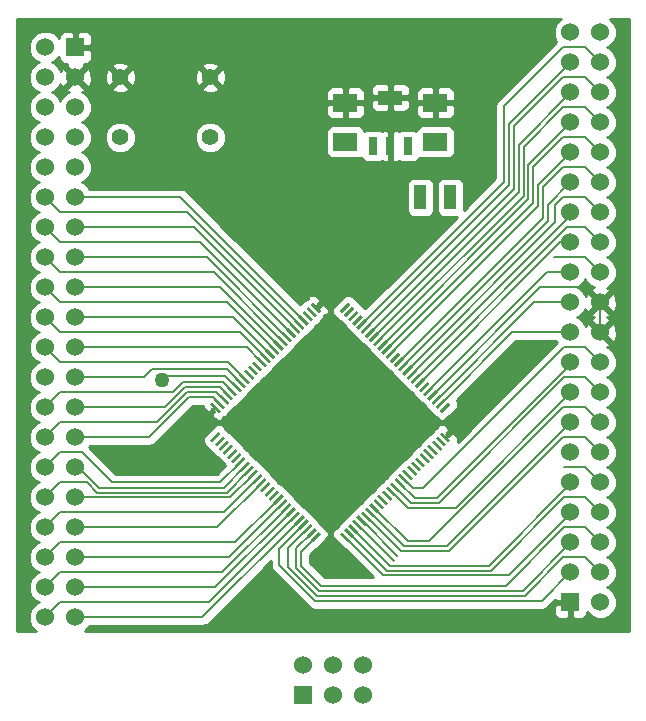
<source format=gtl>
G04 (created by PCBNEW-RS274X (2011-12-28 BZR 3254)-stable) date 04/11/2012 11:04:50*
G01*
G70*
G90*
%MOIN*%
G04 Gerber Fmt 3.4, Leading zero omitted, Abs format*
%FSLAX34Y34*%
G04 APERTURE LIST*
%ADD10C,0.006000*%
%ADD11R,0.060000X0.060000*%
%ADD12C,0.060000*%
%ADD13R,0.080000X0.060000*%
%ADD14R,0.039400X0.078700*%
%ADD15R,0.031500X0.059100*%
%ADD16R,0.078700X0.047200*%
%ADD17C,0.055000*%
%ADD18C,0.050000*%
%ADD19C,0.008000*%
%ADD20C,0.010000*%
G04 APERTURE END LIST*
G54D10*
G54D11*
X27000Y-13000D03*
G54D12*
X26000Y-13000D03*
X27000Y-18000D03*
X26000Y-14000D03*
X27000Y-19000D03*
X26000Y-15000D03*
X27000Y-20000D03*
X26000Y-16000D03*
X27000Y-21000D03*
X26000Y-17000D03*
X27000Y-22000D03*
X26000Y-18000D03*
X27000Y-23000D03*
X26000Y-19000D03*
X27000Y-24000D03*
X26000Y-20000D03*
X27000Y-25000D03*
X26000Y-21000D03*
X27000Y-26000D03*
X26000Y-22000D03*
X27000Y-27000D03*
X26000Y-23000D03*
X27000Y-28000D03*
X26000Y-24000D03*
X26000Y-25000D03*
X27000Y-29000D03*
X26000Y-26000D03*
X26000Y-28000D03*
X26000Y-29000D03*
X26000Y-30000D03*
X26000Y-31000D03*
X27000Y-30000D03*
X27000Y-31000D03*
X27000Y-14000D03*
X27000Y-15000D03*
X27000Y-16000D03*
X27000Y-17000D03*
X27000Y-32000D03*
X26000Y-32000D03*
X26000Y-27000D03*
G54D11*
X43500Y-31500D03*
G54D12*
X44500Y-31500D03*
X43500Y-26500D03*
X44500Y-30500D03*
X43500Y-25500D03*
X44500Y-29500D03*
X43500Y-24500D03*
X44500Y-28500D03*
X43500Y-23500D03*
X44500Y-27500D03*
X43500Y-22500D03*
X44500Y-26500D03*
X43500Y-21500D03*
X44500Y-25500D03*
X43500Y-20500D03*
X44500Y-24500D03*
X43500Y-19500D03*
X44500Y-23500D03*
X43500Y-18500D03*
X44500Y-22500D03*
X43500Y-17500D03*
X44500Y-21500D03*
X43500Y-16500D03*
X44500Y-20500D03*
X44500Y-19500D03*
X43500Y-15500D03*
X44500Y-18500D03*
X44500Y-16500D03*
X44500Y-15500D03*
X44500Y-14500D03*
X44500Y-13500D03*
X43500Y-14500D03*
X43500Y-13500D03*
X43500Y-30500D03*
X43500Y-29500D03*
X43500Y-28500D03*
X43500Y-27500D03*
X43500Y-12500D03*
X44500Y-12500D03*
X44500Y-17500D03*
G54D11*
X34590Y-34580D03*
G54D12*
X34590Y-33580D03*
X35590Y-34580D03*
X35590Y-33580D03*
X36590Y-34580D03*
X36590Y-33580D03*
G54D13*
X36000Y-16150D03*
X36000Y-14850D03*
X39000Y-16150D03*
X39000Y-14850D03*
G54D14*
X38500Y-18000D03*
X39500Y-18000D03*
G54D15*
X36909Y-16287D03*
X38091Y-16287D03*
X37500Y-16287D03*
G54D16*
X37500Y-14673D03*
G54D17*
X31500Y-14000D03*
X31500Y-16000D03*
X28500Y-14000D03*
X28500Y-16000D03*
G54D10*
G36*
X35882Y-21852D02*
X35811Y-21781D01*
X36094Y-21498D01*
X36165Y-21569D01*
X35882Y-21852D01*
X35882Y-21852D01*
G37*
G36*
X39219Y-25189D02*
X39148Y-25118D01*
X39431Y-24835D01*
X39502Y-24906D01*
X39219Y-25189D01*
X39219Y-25189D01*
G37*
G36*
X39078Y-25048D02*
X39007Y-24977D01*
X39290Y-24694D01*
X39361Y-24765D01*
X39078Y-25048D01*
X39078Y-25048D01*
G37*
G36*
X38944Y-24913D02*
X38873Y-24842D01*
X39156Y-24559D01*
X39227Y-24630D01*
X38944Y-24913D01*
X38944Y-24913D01*
G37*
G36*
X38802Y-24772D02*
X38731Y-24701D01*
X39014Y-24418D01*
X39085Y-24489D01*
X38802Y-24772D01*
X38802Y-24772D01*
G37*
G36*
X38661Y-24630D02*
X38590Y-24559D01*
X38873Y-24276D01*
X38944Y-24347D01*
X38661Y-24630D01*
X38661Y-24630D01*
G37*
G36*
X38526Y-24496D02*
X38455Y-24425D01*
X38738Y-24142D01*
X38809Y-24213D01*
X38526Y-24496D01*
X38526Y-24496D01*
G37*
G36*
X38385Y-24355D02*
X38314Y-24284D01*
X38597Y-24001D01*
X38668Y-24072D01*
X38385Y-24355D01*
X38385Y-24355D01*
G37*
G36*
X38244Y-24213D02*
X38173Y-24142D01*
X38456Y-23859D01*
X38527Y-23930D01*
X38244Y-24213D01*
X38244Y-24213D01*
G37*
G36*
X38109Y-24079D02*
X38038Y-24008D01*
X38321Y-23725D01*
X38392Y-23796D01*
X38109Y-24079D01*
X38109Y-24079D01*
G37*
G36*
X37968Y-23938D02*
X37897Y-23867D01*
X38180Y-23584D01*
X38251Y-23655D01*
X37968Y-23938D01*
X37968Y-23938D01*
G37*
G36*
X37826Y-23796D02*
X37755Y-23725D01*
X38038Y-23442D01*
X38109Y-23513D01*
X37826Y-23796D01*
X37826Y-23796D01*
G37*
G36*
X37685Y-23655D02*
X37614Y-23584D01*
X37897Y-23301D01*
X37968Y-23372D01*
X37685Y-23655D01*
X37685Y-23655D01*
G37*
G36*
X37551Y-23520D02*
X37480Y-23449D01*
X37763Y-23166D01*
X37834Y-23237D01*
X37551Y-23520D01*
X37551Y-23520D01*
G37*
G36*
X37409Y-23379D02*
X37338Y-23308D01*
X37621Y-23025D01*
X37692Y-23096D01*
X37409Y-23379D01*
X37409Y-23379D01*
G37*
G36*
X37268Y-23237D02*
X37197Y-23166D01*
X37480Y-22883D01*
X37551Y-22954D01*
X37268Y-23237D01*
X37268Y-23237D01*
G37*
G36*
X37133Y-23103D02*
X37062Y-23032D01*
X37345Y-22749D01*
X37416Y-22820D01*
X37133Y-23103D01*
X37133Y-23103D01*
G37*
G36*
X36992Y-22962D02*
X36921Y-22891D01*
X37204Y-22608D01*
X37275Y-22679D01*
X36992Y-22962D01*
X36992Y-22962D01*
G37*
G36*
X36851Y-22820D02*
X36780Y-22749D01*
X37063Y-22466D01*
X37134Y-22537D01*
X36851Y-22820D01*
X36851Y-22820D01*
G37*
G36*
X36716Y-22686D02*
X36645Y-22615D01*
X36928Y-22332D01*
X36999Y-22403D01*
X36716Y-22686D01*
X36716Y-22686D01*
G37*
G36*
X36575Y-22545D02*
X36504Y-22474D01*
X36787Y-22191D01*
X36858Y-22262D01*
X36575Y-22545D01*
X36575Y-22545D01*
G37*
G36*
X36433Y-22403D02*
X36362Y-22332D01*
X36645Y-22049D01*
X36716Y-22120D01*
X36433Y-22403D01*
X36433Y-22403D01*
G37*
G36*
X36299Y-22269D02*
X36228Y-22198D01*
X36511Y-21915D01*
X36582Y-21986D01*
X36299Y-22269D01*
X36299Y-22269D01*
G37*
G36*
X36158Y-22127D02*
X36087Y-22056D01*
X36370Y-21773D01*
X36441Y-21844D01*
X36158Y-22127D01*
X36158Y-22127D01*
G37*
G36*
X36016Y-21986D02*
X35945Y-21915D01*
X36228Y-21632D01*
X36299Y-21703D01*
X36016Y-21986D01*
X36016Y-21986D01*
G37*
G36*
X39431Y-26165D02*
X39148Y-25882D01*
X39219Y-25811D01*
X39502Y-26094D01*
X39431Y-26165D01*
X39431Y-26165D01*
G37*
G36*
X36094Y-29502D02*
X35811Y-29219D01*
X35882Y-29148D01*
X36165Y-29431D01*
X36094Y-29502D01*
X36094Y-29502D01*
G37*
G36*
X36235Y-29361D02*
X35952Y-29078D01*
X36023Y-29007D01*
X36306Y-29290D01*
X36235Y-29361D01*
X36235Y-29361D01*
G37*
G36*
X36370Y-29227D02*
X36087Y-28944D01*
X36158Y-28873D01*
X36441Y-29156D01*
X36370Y-29227D01*
X36370Y-29227D01*
G37*
G36*
X36511Y-29085D02*
X36228Y-28802D01*
X36299Y-28731D01*
X36582Y-29014D01*
X36511Y-29085D01*
X36511Y-29085D01*
G37*
G36*
X36653Y-28944D02*
X36370Y-28661D01*
X36441Y-28590D01*
X36724Y-28873D01*
X36653Y-28944D01*
X36653Y-28944D01*
G37*
G36*
X36787Y-28809D02*
X36504Y-28526D01*
X36575Y-28455D01*
X36858Y-28738D01*
X36787Y-28809D01*
X36787Y-28809D01*
G37*
G36*
X36928Y-28668D02*
X36645Y-28385D01*
X36716Y-28314D01*
X36999Y-28597D01*
X36928Y-28668D01*
X36928Y-28668D01*
G37*
G36*
X37070Y-28527D02*
X36787Y-28244D01*
X36858Y-28173D01*
X37141Y-28456D01*
X37070Y-28527D01*
X37070Y-28527D01*
G37*
G36*
X37204Y-28392D02*
X36921Y-28109D01*
X36992Y-28038D01*
X37275Y-28321D01*
X37204Y-28392D01*
X37204Y-28392D01*
G37*
G36*
X37345Y-28251D02*
X37062Y-27968D01*
X37133Y-27897D01*
X37416Y-28180D01*
X37345Y-28251D01*
X37345Y-28251D01*
G37*
G36*
X37487Y-28109D02*
X37204Y-27826D01*
X37275Y-27755D01*
X37558Y-28038D01*
X37487Y-28109D01*
X37487Y-28109D01*
G37*
G36*
X37628Y-27968D02*
X37345Y-27685D01*
X37416Y-27614D01*
X37699Y-27897D01*
X37628Y-27968D01*
X37628Y-27968D01*
G37*
G36*
X37763Y-27834D02*
X37480Y-27551D01*
X37551Y-27480D01*
X37834Y-27763D01*
X37763Y-27834D01*
X37763Y-27834D01*
G37*
G36*
X37904Y-27692D02*
X37621Y-27409D01*
X37692Y-27338D01*
X37975Y-27621D01*
X37904Y-27692D01*
X37904Y-27692D01*
G37*
G36*
X38046Y-27551D02*
X37763Y-27268D01*
X37834Y-27197D01*
X38117Y-27480D01*
X38046Y-27551D01*
X38046Y-27551D01*
G37*
G36*
X38180Y-27416D02*
X37897Y-27133D01*
X37968Y-27062D01*
X38251Y-27345D01*
X38180Y-27416D01*
X38180Y-27416D01*
G37*
G36*
X38321Y-27275D02*
X38038Y-26992D01*
X38109Y-26921D01*
X38392Y-27204D01*
X38321Y-27275D01*
X38321Y-27275D01*
G37*
G36*
X38463Y-27134D02*
X38180Y-26851D01*
X38251Y-26780D01*
X38534Y-27063D01*
X38463Y-27134D01*
X38463Y-27134D01*
G37*
G36*
X38597Y-26999D02*
X38314Y-26716D01*
X38385Y-26645D01*
X38668Y-26928D01*
X38597Y-26999D01*
X38597Y-26999D01*
G37*
G36*
X38738Y-26858D02*
X38455Y-26575D01*
X38526Y-26504D01*
X38809Y-26787D01*
X38738Y-26858D01*
X38738Y-26858D01*
G37*
G36*
X38880Y-26716D02*
X38597Y-26433D01*
X38668Y-26362D01*
X38951Y-26645D01*
X38880Y-26716D01*
X38880Y-26716D01*
G37*
G36*
X39014Y-26582D02*
X38731Y-26299D01*
X38802Y-26228D01*
X39085Y-26511D01*
X39014Y-26582D01*
X39014Y-26582D01*
G37*
G36*
X39156Y-26441D02*
X38873Y-26158D01*
X38944Y-26087D01*
X39227Y-26370D01*
X39156Y-26441D01*
X39156Y-26441D01*
G37*
G36*
X39297Y-26299D02*
X39014Y-26016D01*
X39085Y-25945D01*
X39368Y-26228D01*
X39297Y-26299D01*
X39297Y-26299D01*
G37*
G36*
X35118Y-21852D02*
X34835Y-21569D01*
X34906Y-21498D01*
X35189Y-21781D01*
X35118Y-21852D01*
X35118Y-21852D01*
G37*
G36*
X34977Y-21993D02*
X34694Y-21710D01*
X34765Y-21639D01*
X35048Y-21922D01*
X34977Y-21993D01*
X34977Y-21993D01*
G37*
G36*
X34842Y-22127D02*
X34559Y-21844D01*
X34630Y-21773D01*
X34913Y-22056D01*
X34842Y-22127D01*
X34842Y-22127D01*
G37*
G36*
X34701Y-22269D02*
X34418Y-21986D01*
X34489Y-21915D01*
X34772Y-22198D01*
X34701Y-22269D01*
X34701Y-22269D01*
G37*
G36*
X34559Y-22410D02*
X34276Y-22127D01*
X34347Y-22056D01*
X34630Y-22339D01*
X34559Y-22410D01*
X34559Y-22410D01*
G37*
G36*
X34425Y-22545D02*
X34142Y-22262D01*
X34213Y-22191D01*
X34496Y-22474D01*
X34425Y-22545D01*
X34425Y-22545D01*
G37*
G36*
X34284Y-22686D02*
X34001Y-22403D01*
X34072Y-22332D01*
X34355Y-22615D01*
X34284Y-22686D01*
X34284Y-22686D01*
G37*
G36*
X34142Y-22827D02*
X33859Y-22544D01*
X33930Y-22473D01*
X34213Y-22756D01*
X34142Y-22827D01*
X34142Y-22827D01*
G37*
G36*
X34008Y-22962D02*
X33725Y-22679D01*
X33796Y-22608D01*
X34079Y-22891D01*
X34008Y-22962D01*
X34008Y-22962D01*
G37*
G36*
X33867Y-23103D02*
X33584Y-22820D01*
X33655Y-22749D01*
X33938Y-23032D01*
X33867Y-23103D01*
X33867Y-23103D01*
G37*
G36*
X33725Y-23245D02*
X33442Y-22962D01*
X33513Y-22891D01*
X33796Y-23174D01*
X33725Y-23245D01*
X33725Y-23245D01*
G37*
G36*
X33584Y-23386D02*
X33301Y-23103D01*
X33372Y-23032D01*
X33655Y-23315D01*
X33584Y-23386D01*
X33584Y-23386D01*
G37*
G36*
X33449Y-23520D02*
X33166Y-23237D01*
X33237Y-23166D01*
X33520Y-23449D01*
X33449Y-23520D01*
X33449Y-23520D01*
G37*
G36*
X33308Y-23662D02*
X33025Y-23379D01*
X33096Y-23308D01*
X33379Y-23591D01*
X33308Y-23662D01*
X33308Y-23662D01*
G37*
G36*
X33166Y-23803D02*
X32883Y-23520D01*
X32954Y-23449D01*
X33237Y-23732D01*
X33166Y-23803D01*
X33166Y-23803D01*
G37*
G36*
X33032Y-23938D02*
X32749Y-23655D01*
X32820Y-23584D01*
X33103Y-23867D01*
X33032Y-23938D01*
X33032Y-23938D01*
G37*
G36*
X32891Y-24079D02*
X32608Y-23796D01*
X32679Y-23725D01*
X32962Y-24008D01*
X32891Y-24079D01*
X32891Y-24079D01*
G37*
G36*
X32749Y-24220D02*
X32466Y-23937D01*
X32537Y-23866D01*
X32820Y-24149D01*
X32749Y-24220D01*
X32749Y-24220D01*
G37*
G36*
X32615Y-24355D02*
X32332Y-24072D01*
X32403Y-24001D01*
X32686Y-24284D01*
X32615Y-24355D01*
X32615Y-24355D01*
G37*
G36*
X32474Y-24496D02*
X32191Y-24213D01*
X32262Y-24142D01*
X32545Y-24425D01*
X32474Y-24496D01*
X32474Y-24496D01*
G37*
G36*
X32332Y-24638D02*
X32049Y-24355D01*
X32120Y-24284D01*
X32403Y-24567D01*
X32332Y-24638D01*
X32332Y-24638D01*
G37*
G36*
X32198Y-24772D02*
X31915Y-24489D01*
X31986Y-24418D01*
X32269Y-24701D01*
X32198Y-24772D01*
X32198Y-24772D01*
G37*
G36*
X32056Y-24913D02*
X31773Y-24630D01*
X31844Y-24559D01*
X32127Y-24842D01*
X32056Y-24913D01*
X32056Y-24913D01*
G37*
G36*
X31915Y-25055D02*
X31632Y-24772D01*
X31703Y-24701D01*
X31986Y-24984D01*
X31915Y-25055D01*
X31915Y-25055D01*
G37*
G36*
X31781Y-25189D02*
X31498Y-24906D01*
X31569Y-24835D01*
X31852Y-25118D01*
X31781Y-25189D01*
X31781Y-25189D01*
G37*
G36*
X31569Y-26165D02*
X31498Y-26094D01*
X31781Y-25811D01*
X31852Y-25882D01*
X31569Y-26165D01*
X31569Y-26165D01*
G37*
G36*
X31710Y-26306D02*
X31639Y-26235D01*
X31922Y-25952D01*
X31993Y-26023D01*
X31710Y-26306D01*
X31710Y-26306D01*
G37*
G36*
X31844Y-26441D02*
X31773Y-26370D01*
X32056Y-26087D01*
X32127Y-26158D01*
X31844Y-26441D01*
X31844Y-26441D01*
G37*
G36*
X31986Y-26582D02*
X31915Y-26511D01*
X32198Y-26228D01*
X32269Y-26299D01*
X31986Y-26582D01*
X31986Y-26582D01*
G37*
G36*
X32127Y-26724D02*
X32056Y-26653D01*
X32339Y-26370D01*
X32410Y-26441D01*
X32127Y-26724D01*
X32127Y-26724D01*
G37*
G36*
X32262Y-26858D02*
X32191Y-26787D01*
X32474Y-26504D01*
X32545Y-26575D01*
X32262Y-26858D01*
X32262Y-26858D01*
G37*
G36*
X32403Y-26999D02*
X32332Y-26928D01*
X32615Y-26645D01*
X32686Y-26716D01*
X32403Y-26999D01*
X32403Y-26999D01*
G37*
G36*
X32544Y-27141D02*
X32473Y-27070D01*
X32756Y-26787D01*
X32827Y-26858D01*
X32544Y-27141D01*
X32544Y-27141D01*
G37*
G36*
X32679Y-27275D02*
X32608Y-27204D01*
X32891Y-26921D01*
X32962Y-26992D01*
X32679Y-27275D01*
X32679Y-27275D01*
G37*
G36*
X32820Y-27416D02*
X32749Y-27345D01*
X33032Y-27062D01*
X33103Y-27133D01*
X32820Y-27416D01*
X32820Y-27416D01*
G37*
G36*
X32962Y-27558D02*
X32891Y-27487D01*
X33174Y-27204D01*
X33245Y-27275D01*
X32962Y-27558D01*
X32962Y-27558D01*
G37*
G36*
X33103Y-27699D02*
X33032Y-27628D01*
X33315Y-27345D01*
X33386Y-27416D01*
X33103Y-27699D01*
X33103Y-27699D01*
G37*
G36*
X33237Y-27834D02*
X33166Y-27763D01*
X33449Y-27480D01*
X33520Y-27551D01*
X33237Y-27834D01*
X33237Y-27834D01*
G37*
G36*
X33379Y-27975D02*
X33308Y-27904D01*
X33591Y-27621D01*
X33662Y-27692D01*
X33379Y-27975D01*
X33379Y-27975D01*
G37*
G36*
X33520Y-28117D02*
X33449Y-28046D01*
X33732Y-27763D01*
X33803Y-27834D01*
X33520Y-28117D01*
X33520Y-28117D01*
G37*
G36*
X33655Y-28251D02*
X33584Y-28180D01*
X33867Y-27897D01*
X33938Y-27968D01*
X33655Y-28251D01*
X33655Y-28251D01*
G37*
G36*
X33796Y-28392D02*
X33725Y-28321D01*
X34008Y-28038D01*
X34079Y-28109D01*
X33796Y-28392D01*
X33796Y-28392D01*
G37*
G36*
X33937Y-28534D02*
X33866Y-28463D01*
X34149Y-28180D01*
X34220Y-28251D01*
X33937Y-28534D01*
X33937Y-28534D01*
G37*
G36*
X34072Y-28668D02*
X34001Y-28597D01*
X34284Y-28314D01*
X34355Y-28385D01*
X34072Y-28668D01*
X34072Y-28668D01*
G37*
G36*
X34213Y-28809D02*
X34142Y-28738D01*
X34425Y-28455D01*
X34496Y-28526D01*
X34213Y-28809D01*
X34213Y-28809D01*
G37*
G36*
X34355Y-28951D02*
X34284Y-28880D01*
X34567Y-28597D01*
X34638Y-28668D01*
X34355Y-28951D01*
X34355Y-28951D01*
G37*
G36*
X34489Y-29085D02*
X34418Y-29014D01*
X34701Y-28731D01*
X34772Y-28802D01*
X34489Y-29085D01*
X34489Y-29085D01*
G37*
G36*
X34630Y-29227D02*
X34559Y-29156D01*
X34842Y-28873D01*
X34913Y-28944D01*
X34630Y-29227D01*
X34630Y-29227D01*
G37*
G36*
X34772Y-29368D02*
X34701Y-29297D01*
X34984Y-29014D01*
X35055Y-29085D01*
X34772Y-29368D01*
X34772Y-29368D01*
G37*
G36*
X34906Y-29502D02*
X34835Y-29431D01*
X35118Y-29148D01*
X35189Y-29219D01*
X34906Y-29502D01*
X34906Y-29502D01*
G37*
G54D18*
X29880Y-24100D03*
G54D19*
X26500Y-29500D02*
X32335Y-29500D01*
X26000Y-30000D02*
X26500Y-29500D01*
X32335Y-29500D02*
X33761Y-28074D01*
X27000Y-30000D02*
X32117Y-30000D01*
X32117Y-30000D02*
X33902Y-28215D01*
X27000Y-31000D02*
X31669Y-31000D01*
X31669Y-31000D02*
X34178Y-28491D01*
X27000Y-32000D02*
X31235Y-32000D01*
X31235Y-32000D02*
X34461Y-28774D01*
X44500Y-30500D02*
X44000Y-30000D01*
X34085Y-29701D02*
X34736Y-29050D01*
X34085Y-30305D02*
X34085Y-29701D01*
X35068Y-31288D02*
X34085Y-30305D01*
X41977Y-31288D02*
X35068Y-31288D01*
X43265Y-30000D02*
X41977Y-31288D01*
X44000Y-30000D02*
X43265Y-30000D01*
X43500Y-29500D02*
X43500Y-29535D01*
X34367Y-29702D02*
X34878Y-29191D01*
X34367Y-30357D02*
X34367Y-29702D01*
X35136Y-31126D02*
X34367Y-30357D01*
X41909Y-31126D02*
X35136Y-31126D01*
X43500Y-29535D02*
X41909Y-31126D01*
X27000Y-26000D02*
X29450Y-26000D01*
X31581Y-24650D02*
X31809Y-24878D01*
X30800Y-24650D02*
X31581Y-24650D01*
X29450Y-26000D02*
X30800Y-24650D01*
X43500Y-23500D02*
X43500Y-23571D01*
X38309Y-28026D02*
X37798Y-27515D01*
X39045Y-28026D02*
X38309Y-28026D01*
X43500Y-23571D02*
X39045Y-28026D01*
X27000Y-27000D02*
X27102Y-27000D01*
X31938Y-27676D02*
X32650Y-26964D01*
X27778Y-27676D02*
X31938Y-27676D01*
X27102Y-27000D02*
X27778Y-27676D01*
X26000Y-28000D02*
X26500Y-27500D01*
X32045Y-27838D02*
X32785Y-27098D01*
X27710Y-27838D02*
X32045Y-27838D01*
X27372Y-27500D02*
X27710Y-27838D01*
X26500Y-27500D02*
X27372Y-27500D01*
X31949Y-28500D02*
X33068Y-27381D01*
X26500Y-28500D02*
X31949Y-28500D01*
X26000Y-29000D02*
X26500Y-28500D01*
X27000Y-29000D02*
X31731Y-29000D01*
X31731Y-29000D02*
X33209Y-27522D01*
X27000Y-24000D02*
X29290Y-24000D01*
X32051Y-23720D02*
X32509Y-24178D01*
X29570Y-23720D02*
X32051Y-23720D01*
X29290Y-24000D02*
X29570Y-23720D01*
X27000Y-19000D02*
X30951Y-19000D01*
X30951Y-19000D02*
X34319Y-22368D01*
X26000Y-18000D02*
X26500Y-18500D01*
X30720Y-18500D02*
X34453Y-22233D01*
X26500Y-18500D02*
X30720Y-18500D01*
X27000Y-18000D02*
X30503Y-18000D01*
X30503Y-18000D02*
X34595Y-22092D01*
X43500Y-18500D02*
X43500Y-18617D01*
X43500Y-18617D02*
X38215Y-23902D01*
X26000Y-23000D02*
X26500Y-23500D01*
X32100Y-23500D02*
X32643Y-24043D01*
X26500Y-23500D02*
X32100Y-23500D01*
X43500Y-15500D02*
X43500Y-15521D01*
X42102Y-18063D02*
X37239Y-22926D01*
X42102Y-16919D02*
X42102Y-18063D01*
X43500Y-15521D02*
X42102Y-16919D01*
X44500Y-15500D02*
X44000Y-15000D01*
X41940Y-17943D02*
X37098Y-22785D01*
X41940Y-16310D02*
X41940Y-17943D01*
X43250Y-15000D02*
X41940Y-16310D01*
X44000Y-15000D02*
X43250Y-15000D01*
X43500Y-13500D02*
X43500Y-13521D01*
X41454Y-17595D02*
X36681Y-22368D01*
X41454Y-15567D02*
X41454Y-17595D01*
X43500Y-13521D02*
X41454Y-15567D01*
X44000Y-13000D02*
X43250Y-13000D01*
X43250Y-13000D02*
X41292Y-14958D01*
X44500Y-13500D02*
X44000Y-13000D01*
X41292Y-14958D02*
X41292Y-17473D01*
X41292Y-17473D02*
X36539Y-22226D01*
X27000Y-23000D02*
X32717Y-23000D01*
X32717Y-23000D02*
X33202Y-23485D01*
X27000Y-22000D02*
X32269Y-22000D01*
X32269Y-22000D02*
X33478Y-23209D01*
X26000Y-20000D02*
X26500Y-20500D01*
X31617Y-20500D02*
X33902Y-22785D01*
X26500Y-20500D02*
X31617Y-20500D01*
X27000Y-20000D02*
X31386Y-20000D01*
X31386Y-20000D02*
X34036Y-22650D01*
X26000Y-25000D02*
X26500Y-24500D01*
X26500Y-24500D02*
X30263Y-24500D01*
X31929Y-24164D02*
X32226Y-24461D01*
X30263Y-24500D02*
X30599Y-24164D01*
X30599Y-24164D02*
X31929Y-24164D01*
X27000Y-25000D02*
X29992Y-25000D01*
X31823Y-24326D02*
X32092Y-24595D01*
X30666Y-24326D02*
X31823Y-24326D01*
X29992Y-25000D02*
X30666Y-24326D01*
X26000Y-31000D02*
X26500Y-30500D01*
X31900Y-30500D02*
X34043Y-28357D01*
X26500Y-30500D02*
X31900Y-30500D01*
X26000Y-32000D02*
X26500Y-31500D01*
X31451Y-31500D02*
X34319Y-28632D01*
X26500Y-31500D02*
X31451Y-31500D01*
X43500Y-30500D02*
X42550Y-31450D01*
X42550Y-31450D02*
X35000Y-31450D01*
X33800Y-29703D02*
X34595Y-28908D01*
X35000Y-31450D02*
X33800Y-30250D01*
X33800Y-30250D02*
X33800Y-29703D01*
X34529Y-30289D02*
X34529Y-29808D01*
X35190Y-30950D02*
X34529Y-30289D01*
X41341Y-30950D02*
X35190Y-30950D01*
X43291Y-29000D02*
X41341Y-30950D01*
X44000Y-29000D02*
X43291Y-29000D01*
X44500Y-29500D02*
X44000Y-29000D01*
X34529Y-29808D02*
X35012Y-29325D01*
X26000Y-26000D02*
X26500Y-25500D01*
X31702Y-24488D02*
X31950Y-24736D01*
X30733Y-24488D02*
X31702Y-24488D01*
X29721Y-25500D02*
X30733Y-24488D01*
X26500Y-25500D02*
X29721Y-25500D01*
X43500Y-28561D02*
X41461Y-30600D01*
X37263Y-30600D02*
X35988Y-29325D01*
X43500Y-28500D02*
X43500Y-28561D01*
X41461Y-30600D02*
X37263Y-30600D01*
X44500Y-28500D02*
X44000Y-28000D01*
X37383Y-30438D02*
X36129Y-29184D01*
X40857Y-30438D02*
X37383Y-30438D01*
X43295Y-28000D02*
X40857Y-30438D01*
X44000Y-28000D02*
X43295Y-28000D01*
X43500Y-27565D02*
X40789Y-30276D01*
X43500Y-27500D02*
X43500Y-27565D01*
X37490Y-30276D02*
X36264Y-29050D01*
X40789Y-30276D02*
X37490Y-30276D01*
X44500Y-27500D02*
X44000Y-27000D01*
X37611Y-30114D02*
X36405Y-28908D01*
X44000Y-27000D02*
X43281Y-27000D01*
X37732Y-29952D02*
X36547Y-28767D01*
X43500Y-26500D02*
X43500Y-26551D01*
X44500Y-26500D02*
X44000Y-26000D01*
X37839Y-29790D02*
X36681Y-28632D01*
X39460Y-29790D02*
X37839Y-29790D01*
X43250Y-26000D02*
X39460Y-29790D01*
X44000Y-26000D02*
X43250Y-26000D01*
X39393Y-29628D02*
X37959Y-29628D01*
X43500Y-25521D02*
X39393Y-29628D01*
X43500Y-25500D02*
X43500Y-25521D01*
X37959Y-29628D02*
X36822Y-28491D01*
X44000Y-25000D02*
X43250Y-25000D01*
X44500Y-25500D02*
X44000Y-25000D01*
X43250Y-25000D02*
X38784Y-29466D01*
X38080Y-29466D02*
X36964Y-28350D01*
X38784Y-29466D02*
X38080Y-29466D01*
X43500Y-24521D02*
X39671Y-28350D01*
X43500Y-24500D02*
X43500Y-24521D01*
X38081Y-28350D02*
X37522Y-27791D01*
X39671Y-28350D02*
X38081Y-28350D01*
X38188Y-28188D02*
X37657Y-27657D01*
X39112Y-28188D02*
X38188Y-28188D01*
X43300Y-24000D02*
X39112Y-28188D01*
X44000Y-24000D02*
X43300Y-24000D01*
X44500Y-24500D02*
X44000Y-24000D01*
X38266Y-27700D02*
X37940Y-27374D01*
X44500Y-23500D02*
X44000Y-23000D01*
X38600Y-27700D02*
X38266Y-27700D01*
X44000Y-23000D02*
X43300Y-23000D01*
X43300Y-23000D02*
X38600Y-27700D01*
X27227Y-26500D02*
X28227Y-27500D01*
X26500Y-26500D02*
X27227Y-26500D01*
X26000Y-27000D02*
X26500Y-26500D01*
X31831Y-27500D02*
X32509Y-26822D01*
X28227Y-27500D02*
X31831Y-27500D01*
X32165Y-28000D02*
X32926Y-27239D01*
X27000Y-28000D02*
X32165Y-28000D01*
X32368Y-24319D02*
X32368Y-24308D01*
X32368Y-24308D02*
X32000Y-23940D01*
X30040Y-23940D02*
X29880Y-24100D01*
X32000Y-23940D02*
X30040Y-23940D01*
X31169Y-19500D02*
X34178Y-22509D01*
X26500Y-19500D02*
X31169Y-19500D01*
X26000Y-19000D02*
X26500Y-19500D01*
X42720Y-20500D02*
X38767Y-24453D01*
X43500Y-20500D02*
X42720Y-20500D01*
X44000Y-20000D02*
X42951Y-20000D01*
X44500Y-20500D02*
X44000Y-20000D01*
X43500Y-19500D02*
X43169Y-19500D01*
X43169Y-19500D02*
X38491Y-24178D01*
X44000Y-19000D02*
X43386Y-19000D01*
X44500Y-19500D02*
X44000Y-19000D01*
X43386Y-19000D02*
X38350Y-24036D01*
X43000Y-18835D02*
X38074Y-23761D01*
X43000Y-18250D02*
X43000Y-18835D01*
X43250Y-18000D02*
X43000Y-18250D01*
X44000Y-18000D02*
X43250Y-18000D01*
X44500Y-18500D02*
X44000Y-18000D01*
X42750Y-18250D02*
X42750Y-18801D01*
X43500Y-17500D02*
X42750Y-18250D01*
X42750Y-18801D02*
X37932Y-23619D01*
X44500Y-17500D02*
X44000Y-17000D01*
X42588Y-18681D02*
X37791Y-23478D01*
X42588Y-17662D02*
X42588Y-18681D01*
X43250Y-17000D02*
X42588Y-17662D01*
X44000Y-17000D02*
X43250Y-17000D01*
X43500Y-16500D02*
X43500Y-16521D01*
X42426Y-18291D02*
X37515Y-23202D01*
X42426Y-17595D02*
X42426Y-18291D01*
X43500Y-16521D02*
X42426Y-17595D01*
X44500Y-16500D02*
X44000Y-16000D01*
X42264Y-18170D02*
X37374Y-23060D01*
X42264Y-16986D02*
X42264Y-18170D01*
X43250Y-16000D02*
X42264Y-16986D01*
X44000Y-16000D02*
X43250Y-16000D01*
X41778Y-17822D02*
X36957Y-22643D01*
X43500Y-14521D02*
X41778Y-16243D01*
X41778Y-16243D02*
X41778Y-17822D01*
X43500Y-14500D02*
X43500Y-14521D01*
X44500Y-14500D02*
X44000Y-14000D01*
X41616Y-17715D02*
X36822Y-22509D01*
X41616Y-15634D02*
X41616Y-17715D01*
X43250Y-14000D02*
X41616Y-15634D01*
X44000Y-14000D02*
X43250Y-14000D01*
X26000Y-22000D02*
X26500Y-22500D01*
X32500Y-22500D02*
X33343Y-23343D01*
X26500Y-22500D02*
X32500Y-22500D01*
X32051Y-21500D02*
X33619Y-23068D01*
X26500Y-21500D02*
X32051Y-21500D01*
X26000Y-21000D02*
X26500Y-21500D01*
X27000Y-21000D02*
X31835Y-21000D01*
X31835Y-21000D02*
X33761Y-22926D01*
X44500Y-22500D02*
X44500Y-21500D01*
X44500Y-21500D02*
X44000Y-21000D01*
X44000Y-21000D02*
X42503Y-21000D01*
X42503Y-21000D02*
X38908Y-24595D01*
X41555Y-22500D02*
X39184Y-24871D01*
X43500Y-22500D02*
X41555Y-22500D01*
X42286Y-21500D02*
X39050Y-24736D01*
X43500Y-21500D02*
X42286Y-21500D01*
G54D10*
G36*
X43174Y-12050D02*
X43035Y-12189D01*
X42951Y-12391D01*
X42951Y-12609D01*
X43033Y-12806D01*
X41087Y-14753D01*
X41024Y-14847D01*
X41002Y-14958D01*
X41002Y-17352D01*
X39946Y-18408D01*
X39946Y-18344D01*
X39946Y-17558D01*
X39908Y-17466D01*
X39838Y-17396D01*
X39747Y-17358D01*
X39650Y-17358D01*
X39650Y-14962D01*
X39650Y-14738D01*
X39649Y-14501D01*
X39611Y-14409D01*
X39541Y-14339D01*
X39450Y-14301D01*
X39351Y-14301D01*
X39112Y-14300D01*
X39050Y-14362D01*
X39050Y-14800D01*
X39588Y-14800D01*
X39650Y-14738D01*
X39650Y-14962D01*
X39588Y-14900D01*
X39050Y-14900D01*
X39050Y-15338D01*
X39112Y-15400D01*
X39351Y-15399D01*
X39450Y-15399D01*
X39541Y-15361D01*
X39611Y-15291D01*
X39649Y-15199D01*
X39650Y-14962D01*
X39650Y-17358D01*
X39649Y-17358D01*
X39649Y-16500D01*
X39649Y-16401D01*
X39649Y-15801D01*
X39611Y-15709D01*
X39541Y-15639D01*
X39450Y-15601D01*
X39351Y-15601D01*
X38950Y-15601D01*
X38950Y-15338D01*
X38950Y-14900D01*
X38950Y-14800D01*
X38950Y-14362D01*
X38888Y-14300D01*
X38649Y-14301D01*
X38550Y-14301D01*
X38459Y-14339D01*
X38389Y-14409D01*
X38351Y-14501D01*
X38350Y-14738D01*
X38412Y-14800D01*
X38950Y-14800D01*
X38950Y-14900D01*
X38412Y-14900D01*
X38350Y-14962D01*
X38351Y-15199D01*
X38389Y-15291D01*
X38459Y-15361D01*
X38550Y-15399D01*
X38649Y-15399D01*
X38888Y-15400D01*
X38950Y-15338D01*
X38950Y-15601D01*
X38551Y-15601D01*
X38459Y-15639D01*
X38389Y-15709D01*
X38363Y-15770D01*
X38298Y-15743D01*
X38199Y-15743D01*
X38143Y-15743D01*
X38143Y-14785D01*
X38143Y-14561D01*
X38142Y-14486D01*
X38142Y-14387D01*
X38104Y-14296D01*
X38034Y-14226D01*
X37942Y-14188D01*
X37612Y-14187D01*
X37550Y-14249D01*
X37550Y-14623D01*
X38081Y-14623D01*
X38143Y-14561D01*
X38143Y-14785D01*
X38081Y-14723D01*
X37550Y-14723D01*
X37550Y-15097D01*
X37612Y-15159D01*
X37942Y-15158D01*
X38034Y-15120D01*
X38104Y-15050D01*
X38142Y-14959D01*
X38142Y-14860D01*
X38143Y-14785D01*
X38143Y-15743D01*
X37885Y-15743D01*
X37795Y-15779D01*
X37706Y-15743D01*
X37612Y-15742D01*
X37550Y-15804D01*
X37550Y-16187D01*
X37550Y-16237D01*
X37550Y-16337D01*
X37550Y-16387D01*
X37550Y-16770D01*
X37612Y-16832D01*
X37706Y-16831D01*
X37795Y-16794D01*
X37884Y-16831D01*
X37983Y-16831D01*
X38297Y-16831D01*
X38389Y-16793D01*
X38459Y-16723D01*
X38481Y-16670D01*
X38550Y-16699D01*
X38649Y-16699D01*
X39449Y-16699D01*
X39541Y-16661D01*
X39611Y-16591D01*
X39649Y-16500D01*
X39649Y-17358D01*
X39648Y-17358D01*
X39254Y-17358D01*
X39162Y-17396D01*
X39092Y-17466D01*
X39054Y-17557D01*
X39054Y-17656D01*
X39054Y-18442D01*
X39092Y-18534D01*
X39162Y-18604D01*
X39253Y-18642D01*
X39352Y-18642D01*
X39712Y-18642D01*
X38946Y-19407D01*
X38946Y-18443D01*
X38946Y-18344D01*
X38946Y-17558D01*
X38908Y-17466D01*
X38838Y-17396D01*
X38747Y-17358D01*
X38648Y-17358D01*
X38254Y-17358D01*
X38162Y-17396D01*
X38092Y-17466D01*
X38054Y-17557D01*
X38054Y-17656D01*
X38054Y-18442D01*
X38092Y-18534D01*
X38162Y-18604D01*
X38253Y-18642D01*
X38352Y-18642D01*
X38746Y-18642D01*
X38838Y-18604D01*
X38908Y-18534D01*
X38946Y-18443D01*
X38946Y-19407D01*
X37450Y-20903D01*
X37450Y-16770D01*
X37450Y-16387D01*
X37450Y-16337D01*
X37450Y-16237D01*
X37450Y-16187D01*
X37450Y-15804D01*
X37450Y-15097D01*
X37450Y-14723D01*
X37450Y-14623D01*
X37450Y-14249D01*
X37388Y-14187D01*
X37058Y-14188D01*
X36966Y-14226D01*
X36896Y-14296D01*
X36858Y-14387D01*
X36858Y-14486D01*
X36857Y-14561D01*
X36919Y-14623D01*
X37450Y-14623D01*
X37450Y-14723D01*
X36919Y-14723D01*
X36857Y-14785D01*
X36858Y-14860D01*
X36858Y-14959D01*
X36896Y-15050D01*
X36966Y-15120D01*
X37058Y-15158D01*
X37388Y-15159D01*
X37450Y-15097D01*
X37450Y-15804D01*
X37388Y-15742D01*
X37294Y-15743D01*
X37204Y-15779D01*
X37116Y-15743D01*
X37017Y-15743D01*
X36703Y-15743D01*
X36650Y-15764D01*
X36650Y-14962D01*
X36650Y-14738D01*
X36649Y-14501D01*
X36611Y-14409D01*
X36541Y-14339D01*
X36450Y-14301D01*
X36351Y-14301D01*
X36112Y-14300D01*
X36050Y-14362D01*
X36050Y-14800D01*
X36588Y-14800D01*
X36650Y-14738D01*
X36650Y-14962D01*
X36588Y-14900D01*
X36050Y-14900D01*
X36050Y-15338D01*
X36112Y-15400D01*
X36351Y-15399D01*
X36450Y-15399D01*
X36541Y-15361D01*
X36611Y-15291D01*
X36649Y-15199D01*
X36650Y-14962D01*
X36650Y-15764D01*
X36636Y-15770D01*
X36611Y-15709D01*
X36541Y-15639D01*
X36450Y-15601D01*
X36351Y-15601D01*
X35950Y-15601D01*
X35950Y-15338D01*
X35950Y-14900D01*
X35950Y-14800D01*
X35950Y-14362D01*
X35888Y-14300D01*
X35649Y-14301D01*
X35550Y-14301D01*
X35459Y-14339D01*
X35389Y-14409D01*
X35351Y-14501D01*
X35350Y-14738D01*
X35412Y-14800D01*
X35950Y-14800D01*
X35950Y-14900D01*
X35412Y-14900D01*
X35350Y-14962D01*
X35351Y-15199D01*
X35389Y-15291D01*
X35459Y-15361D01*
X35550Y-15399D01*
X35649Y-15399D01*
X35888Y-15400D01*
X35950Y-15338D01*
X35950Y-15601D01*
X35551Y-15601D01*
X35459Y-15639D01*
X35389Y-15709D01*
X35351Y-15800D01*
X35351Y-15899D01*
X35351Y-16499D01*
X35389Y-16591D01*
X35459Y-16661D01*
X35550Y-16699D01*
X35649Y-16699D01*
X36449Y-16699D01*
X36519Y-16670D01*
X36541Y-16723D01*
X36611Y-16793D01*
X36702Y-16831D01*
X36801Y-16831D01*
X37115Y-16831D01*
X37204Y-16794D01*
X37294Y-16831D01*
X37388Y-16832D01*
X37450Y-16770D01*
X37450Y-20903D01*
X36651Y-21702D01*
X36582Y-21633D01*
X36511Y-21563D01*
X36510Y-21562D01*
X36440Y-21492D01*
X36376Y-21429D01*
X36376Y-21428D01*
X36306Y-21358D01*
X36235Y-21288D01*
X36144Y-21249D01*
X36045Y-21249D01*
X35953Y-21287D01*
X35883Y-21357D01*
X35601Y-21640D01*
X35562Y-21732D01*
X35562Y-21831D01*
X35600Y-21922D01*
X35670Y-21992D01*
X35733Y-22054D01*
X35734Y-22056D01*
X35804Y-22126D01*
X35875Y-22196D01*
X35876Y-22197D01*
X35946Y-22267D01*
X36015Y-22335D01*
X36017Y-22339D01*
X36087Y-22409D01*
X36150Y-22471D01*
X36151Y-22473D01*
X36221Y-22543D01*
X36292Y-22613D01*
X36293Y-22615D01*
X36363Y-22685D01*
X36433Y-22754D01*
X36434Y-22756D01*
X36504Y-22826D01*
X36569Y-22890D01*
X36575Y-22896D01*
X36639Y-22960D01*
X36708Y-23028D01*
X36710Y-23032D01*
X36780Y-23102D01*
X36850Y-23171D01*
X36851Y-23173D01*
X36921Y-23243D01*
X36986Y-23307D01*
X36992Y-23313D01*
X37056Y-23377D01*
X37125Y-23445D01*
X37127Y-23449D01*
X37197Y-23519D01*
X37268Y-23589D01*
X37269Y-23590D01*
X37339Y-23660D01*
X37401Y-23721D01*
X37403Y-23725D01*
X37473Y-23795D01*
X37543Y-23864D01*
X37544Y-23866D01*
X37614Y-23936D01*
X37685Y-24006D01*
X37686Y-24008D01*
X37756Y-24078D01*
X37826Y-24147D01*
X37827Y-24149D01*
X37897Y-24219D01*
X37962Y-24283D01*
X37968Y-24289D01*
X38032Y-24353D01*
X38101Y-24421D01*
X38103Y-24425D01*
X38173Y-24495D01*
X38243Y-24564D01*
X38244Y-24566D01*
X38314Y-24636D01*
X38379Y-24700D01*
X38385Y-24706D01*
X38449Y-24770D01*
X38518Y-24838D01*
X38520Y-24842D01*
X38530Y-24852D01*
X38548Y-24852D01*
X38611Y-24879D01*
X38624Y-24879D01*
X38624Y-24892D01*
X38651Y-24956D01*
X38651Y-24973D01*
X38661Y-24983D01*
X38662Y-24983D01*
X38732Y-25053D01*
X38794Y-25114D01*
X38796Y-25118D01*
X38866Y-25188D01*
X38936Y-25257D01*
X38937Y-25259D01*
X39007Y-25329D01*
X39078Y-25399D01*
X39169Y-25438D01*
X39268Y-25438D01*
X39360Y-25400D01*
X39430Y-25330D01*
X39712Y-25047D01*
X39751Y-24955D01*
X39751Y-24856D01*
X39713Y-24765D01*
X39706Y-24758D01*
X41675Y-22790D01*
X43026Y-22790D01*
X43035Y-22811D01*
X43057Y-22833D01*
X39751Y-26139D01*
X39751Y-26045D01*
X39713Y-25953D01*
X39643Y-25883D01*
X39616Y-25855D01*
X39529Y-25855D01*
X39437Y-25946D01*
X39366Y-25875D01*
X39458Y-25784D01*
X39458Y-25697D01*
X39430Y-25670D01*
X39360Y-25600D01*
X39268Y-25562D01*
X39169Y-25562D01*
X39078Y-25601D01*
X39068Y-25608D01*
X39068Y-25696D01*
X39035Y-25696D01*
X38951Y-25731D01*
X38945Y-25731D01*
X38940Y-25737D01*
X38874Y-25804D01*
X38804Y-25875D01*
X38803Y-25875D01*
X38803Y-25876D01*
X38733Y-25946D01*
X38664Y-26015D01*
X38661Y-26017D01*
X38591Y-26087D01*
X38526Y-26152D01*
X38517Y-26159D01*
X38517Y-26167D01*
X38482Y-26249D01*
X38482Y-26255D01*
X38476Y-26255D01*
X38411Y-26282D01*
X38394Y-26282D01*
X38387Y-26292D01*
X38386Y-26292D01*
X38385Y-26293D01*
X38315Y-26363D01*
X38245Y-26433D01*
X38244Y-26434D01*
X38174Y-26504D01*
X38104Y-26575D01*
X38040Y-26639D01*
X37971Y-26708D01*
X37968Y-26710D01*
X37898Y-26780D01*
X37828Y-26850D01*
X37827Y-26851D01*
X37757Y-26921D01*
X37687Y-26992D01*
X37623Y-27056D01*
X37554Y-27125D01*
X37551Y-27127D01*
X37481Y-27197D01*
X37411Y-27268D01*
X37410Y-27268D01*
X37410Y-27269D01*
X37340Y-27339D01*
X37278Y-27401D01*
X37275Y-27403D01*
X37205Y-27473D01*
X37135Y-27543D01*
X37134Y-27544D01*
X37064Y-27614D01*
X36994Y-27685D01*
X36993Y-27686D01*
X36992Y-27687D01*
X36982Y-27694D01*
X36982Y-27713D01*
X36955Y-27776D01*
X36955Y-27789D01*
X36942Y-27789D01*
X36874Y-27817D01*
X36859Y-27817D01*
X36852Y-27826D01*
X36851Y-27827D01*
X36781Y-27897D01*
X36711Y-27968D01*
X36647Y-28032D01*
X36578Y-28101D01*
X36575Y-28103D01*
X36505Y-28173D01*
X36435Y-28243D01*
X36434Y-28244D01*
X36364Y-28314D01*
X36294Y-28385D01*
X36230Y-28449D01*
X36161Y-28518D01*
X36158Y-28520D01*
X36088Y-28590D01*
X36018Y-28661D01*
X36017Y-28661D01*
X36017Y-28662D01*
X35947Y-28732D01*
X35885Y-28794D01*
X35882Y-28796D01*
X35812Y-28866D01*
X35742Y-28936D01*
X35741Y-28937D01*
X35671Y-29007D01*
X35601Y-29078D01*
X35562Y-29169D01*
X35562Y-29268D01*
X35600Y-29360D01*
X35670Y-29430D01*
X35953Y-29712D01*
X35973Y-29720D01*
X36913Y-30660D01*
X35310Y-30660D01*
X34819Y-30169D01*
X34819Y-29928D01*
X35024Y-29722D01*
X35047Y-29713D01*
X35117Y-29643D01*
X35399Y-29360D01*
X35438Y-29268D01*
X35438Y-29169D01*
X35400Y-29078D01*
X35330Y-29008D01*
X35266Y-28945D01*
X35266Y-28944D01*
X35196Y-28874D01*
X35125Y-28804D01*
X35124Y-28803D01*
X35054Y-28733D01*
X34984Y-28664D01*
X34983Y-28663D01*
X34983Y-28661D01*
X34913Y-28591D01*
X34849Y-28528D01*
X34849Y-28527D01*
X34779Y-28457D01*
X34708Y-28387D01*
X34707Y-28386D01*
X34707Y-28385D01*
X34637Y-28315D01*
X34566Y-28245D01*
X34566Y-28244D01*
X34496Y-28174D01*
X34431Y-28110D01*
X34425Y-28104D01*
X34361Y-28040D01*
X34291Y-27971D01*
X34290Y-27970D01*
X34290Y-27968D01*
X34220Y-27898D01*
X34149Y-27828D01*
X34149Y-27827D01*
X34079Y-27757D01*
X34014Y-27693D01*
X34008Y-27687D01*
X33944Y-27623D01*
X33874Y-27554D01*
X33873Y-27553D01*
X33873Y-27551D01*
X33863Y-27541D01*
X33845Y-27541D01*
X33782Y-27514D01*
X33769Y-27514D01*
X33769Y-27501D01*
X33742Y-27436D01*
X33742Y-27420D01*
X33732Y-27410D01*
X33730Y-27409D01*
X33661Y-27340D01*
X33598Y-27278D01*
X33597Y-27275D01*
X33527Y-27205D01*
X33456Y-27135D01*
X33456Y-27134D01*
X33386Y-27064D01*
X33315Y-26994D01*
X33314Y-26993D01*
X33314Y-26992D01*
X33244Y-26922D01*
X33173Y-26852D01*
X33173Y-26851D01*
X33103Y-26781D01*
X33038Y-26717D01*
X33032Y-26711D01*
X32968Y-26647D01*
X32898Y-26578D01*
X32897Y-26577D01*
X32897Y-26575D01*
X32827Y-26505D01*
X32756Y-26435D01*
X32756Y-26434D01*
X32746Y-26424D01*
X32730Y-26424D01*
X32665Y-26396D01*
X32659Y-26396D01*
X32659Y-26391D01*
X32625Y-26309D01*
X32625Y-26303D01*
X32615Y-26293D01*
X32613Y-26292D01*
X32551Y-26230D01*
X32481Y-26161D01*
X32480Y-26160D01*
X32480Y-26158D01*
X32410Y-26088D01*
X32339Y-26018D01*
X32338Y-26017D01*
X32268Y-25947D01*
X32205Y-25885D01*
X32204Y-25882D01*
X32134Y-25812D01*
X32063Y-25742D01*
X32063Y-25741D01*
X31993Y-25671D01*
X31922Y-25601D01*
X31831Y-25562D01*
X31732Y-25562D01*
X31640Y-25600D01*
X31570Y-25670D01*
X31288Y-25953D01*
X31249Y-26045D01*
X31249Y-26144D01*
X31287Y-26235D01*
X31357Y-26305D01*
X31427Y-26374D01*
X31428Y-26376D01*
X31498Y-26446D01*
X31560Y-26507D01*
X31562Y-26511D01*
X31632Y-26581D01*
X31703Y-26651D01*
X31704Y-26652D01*
X31774Y-26722D01*
X31843Y-26790D01*
X31845Y-26794D01*
X31915Y-26864D01*
X31979Y-26927D01*
X31979Y-26928D01*
X31985Y-26934D01*
X31711Y-27210D01*
X28347Y-27210D01*
X27456Y-26319D01*
X27465Y-26311D01*
X27473Y-26290D01*
X29450Y-26290D01*
X29561Y-26268D01*
X29655Y-26205D01*
X30920Y-24940D01*
X31249Y-24940D01*
X31249Y-24955D01*
X31287Y-25047D01*
X31357Y-25117D01*
X31384Y-25145D01*
X31471Y-25145D01*
X31562Y-25053D01*
X31633Y-25124D01*
X31542Y-25216D01*
X31542Y-25303D01*
X31570Y-25330D01*
X31640Y-25400D01*
X31732Y-25438D01*
X31831Y-25438D01*
X31922Y-25399D01*
X31932Y-25392D01*
X31932Y-25304D01*
X31965Y-25304D01*
X32048Y-25269D01*
X32055Y-25269D01*
X32056Y-25266D01*
X32059Y-25262D01*
X32062Y-25259D01*
X32126Y-25196D01*
X32196Y-25125D01*
X32196Y-25124D01*
X32197Y-25124D01*
X32267Y-25054D01*
X32335Y-24984D01*
X32337Y-24983D01*
X32339Y-24983D01*
X32409Y-24913D01*
X32471Y-24849D01*
X32473Y-24849D01*
X32479Y-24842D01*
X32543Y-24779D01*
X32613Y-24708D01*
X32613Y-24707D01*
X32615Y-24707D01*
X32685Y-24637D01*
X32754Y-24566D01*
X32755Y-24566D01*
X32756Y-24566D01*
X32826Y-24496D01*
X32890Y-24431D01*
X32896Y-24425D01*
X32960Y-24361D01*
X33028Y-24291D01*
X33030Y-24290D01*
X33032Y-24290D01*
X33102Y-24220D01*
X33172Y-24149D01*
X33172Y-24148D01*
X33173Y-24148D01*
X33183Y-24141D01*
X33183Y-24123D01*
X33211Y-24058D01*
X33211Y-24052D01*
X33216Y-24052D01*
X33297Y-24018D01*
X33306Y-24018D01*
X33313Y-24008D01*
X33377Y-23944D01*
X33445Y-23874D01*
X33447Y-23873D01*
X33449Y-23873D01*
X33519Y-23803D01*
X33589Y-23732D01*
X33589Y-23731D01*
X33590Y-23731D01*
X33660Y-23661D01*
X33721Y-23598D01*
X33725Y-23597D01*
X33795Y-23527D01*
X33864Y-23456D01*
X33865Y-23456D01*
X33866Y-23456D01*
X33936Y-23386D01*
X34006Y-23315D01*
X34006Y-23314D01*
X34008Y-23314D01*
X34078Y-23244D01*
X34147Y-23173D01*
X34148Y-23173D01*
X34149Y-23173D01*
X34219Y-23103D01*
X34283Y-23038D01*
X34289Y-23032D01*
X34353Y-22968D01*
X34421Y-22898D01*
X34423Y-22897D01*
X34425Y-22897D01*
X34495Y-22827D01*
X34564Y-22756D01*
X34565Y-22756D01*
X34566Y-22756D01*
X34636Y-22686D01*
X34700Y-22621D01*
X34706Y-22615D01*
X34770Y-22551D01*
X34838Y-22481D01*
X34840Y-22480D01*
X34842Y-22480D01*
X34912Y-22410D01*
X34982Y-22339D01*
X34982Y-22337D01*
X34983Y-22337D01*
X34993Y-22330D01*
X34993Y-22313D01*
X35021Y-22248D01*
X35021Y-22242D01*
X35027Y-22242D01*
X35110Y-22207D01*
X35116Y-22207D01*
X35118Y-22204D01*
X35118Y-22203D01*
X35188Y-22134D01*
X35258Y-22063D01*
X35258Y-22062D01*
X35259Y-22062D01*
X35269Y-22055D01*
X35269Y-22037D01*
X35297Y-21972D01*
X35297Y-21925D01*
X35304Y-21932D01*
X35392Y-21932D01*
X35399Y-21922D01*
X35438Y-21831D01*
X35438Y-21732D01*
X35400Y-21640D01*
X35330Y-21570D01*
X35303Y-21542D01*
X35216Y-21542D01*
X35117Y-21640D01*
X35046Y-21569D01*
X35145Y-21471D01*
X35145Y-21384D01*
X35117Y-21357D01*
X35047Y-21287D01*
X34955Y-21249D01*
X34856Y-21249D01*
X34765Y-21288D01*
X34755Y-21295D01*
X34755Y-21383D01*
X34762Y-21390D01*
X34715Y-21390D01*
X34647Y-21418D01*
X34632Y-21418D01*
X34625Y-21427D01*
X34624Y-21428D01*
X34554Y-21498D01*
X34490Y-21562D01*
X34489Y-21562D01*
X34489Y-21561D01*
X34483Y-21566D01*
X34481Y-21568D01*
X32025Y-19112D01*
X32025Y-16105D01*
X32025Y-15896D01*
X32019Y-15881D01*
X32019Y-14074D01*
X32008Y-13870D01*
X31952Y-13733D01*
X31861Y-13710D01*
X31790Y-13781D01*
X31790Y-13639D01*
X31767Y-13548D01*
X31574Y-13481D01*
X31370Y-13492D01*
X31233Y-13548D01*
X31210Y-13639D01*
X31500Y-13929D01*
X31790Y-13639D01*
X31790Y-13781D01*
X31571Y-14000D01*
X31861Y-14290D01*
X31952Y-14267D01*
X32019Y-14074D01*
X32019Y-15881D01*
X31945Y-15703D01*
X31798Y-15555D01*
X31790Y-15551D01*
X31790Y-14361D01*
X31500Y-14071D01*
X31429Y-14142D01*
X31429Y-14000D01*
X31139Y-13710D01*
X31048Y-13733D01*
X30981Y-13926D01*
X30992Y-14130D01*
X31048Y-14267D01*
X31139Y-14290D01*
X31429Y-14000D01*
X31429Y-14142D01*
X31210Y-14361D01*
X31233Y-14452D01*
X31426Y-14519D01*
X31630Y-14508D01*
X31767Y-14452D01*
X31790Y-14361D01*
X31790Y-15551D01*
X31605Y-15475D01*
X31396Y-15475D01*
X31203Y-15555D01*
X31055Y-15702D01*
X30975Y-15895D01*
X30975Y-16104D01*
X31055Y-16297D01*
X31202Y-16445D01*
X31395Y-16525D01*
X31604Y-16525D01*
X31797Y-16445D01*
X31945Y-16298D01*
X32025Y-16105D01*
X32025Y-19112D01*
X30708Y-17795D01*
X30614Y-17732D01*
X30503Y-17710D01*
X29025Y-17710D01*
X29025Y-16105D01*
X29025Y-15896D01*
X29019Y-15881D01*
X29019Y-14074D01*
X29008Y-13870D01*
X28952Y-13733D01*
X28861Y-13710D01*
X28790Y-13781D01*
X28790Y-13639D01*
X28767Y-13548D01*
X28574Y-13481D01*
X28370Y-13492D01*
X28233Y-13548D01*
X28210Y-13639D01*
X28500Y-13929D01*
X28790Y-13639D01*
X28790Y-13781D01*
X28571Y-14000D01*
X28861Y-14290D01*
X28952Y-14267D01*
X29019Y-14074D01*
X29019Y-15881D01*
X28945Y-15703D01*
X28798Y-15555D01*
X28790Y-15551D01*
X28790Y-14361D01*
X28500Y-14071D01*
X28429Y-14142D01*
X28429Y-14000D01*
X28139Y-13710D01*
X28048Y-13733D01*
X27981Y-13926D01*
X27992Y-14130D01*
X28048Y-14267D01*
X28139Y-14290D01*
X28429Y-14000D01*
X28429Y-14142D01*
X28210Y-14361D01*
X28233Y-14452D01*
X28426Y-14519D01*
X28630Y-14508D01*
X28767Y-14452D01*
X28790Y-14361D01*
X28790Y-15551D01*
X28605Y-15475D01*
X28396Y-15475D01*
X28203Y-15555D01*
X28055Y-15702D01*
X27975Y-15895D01*
X27975Y-16104D01*
X28055Y-16297D01*
X28202Y-16445D01*
X28395Y-16525D01*
X28604Y-16525D01*
X28797Y-16445D01*
X28945Y-16298D01*
X29025Y-16105D01*
X29025Y-17710D01*
X27473Y-17710D01*
X27465Y-17689D01*
X27311Y-17535D01*
X27226Y-17500D01*
X27311Y-17465D01*
X27465Y-17311D01*
X27549Y-17109D01*
X27549Y-16891D01*
X27465Y-16689D01*
X27311Y-16535D01*
X27226Y-16500D01*
X27311Y-16465D01*
X27465Y-16311D01*
X27549Y-16109D01*
X27549Y-15891D01*
X27465Y-15689D01*
X27311Y-15535D01*
X27226Y-15500D01*
X27311Y-15465D01*
X27465Y-15311D01*
X27549Y-15109D01*
X27549Y-14891D01*
X27543Y-14876D01*
X27543Y-14079D01*
X27532Y-13866D01*
X27472Y-13719D01*
X27378Y-13692D01*
X27071Y-14000D01*
X27378Y-14308D01*
X27472Y-14281D01*
X27543Y-14079D01*
X27543Y-14876D01*
X27465Y-14689D01*
X27311Y-14535D01*
X27219Y-14497D01*
X27281Y-14472D01*
X27308Y-14378D01*
X27000Y-14071D01*
X26692Y-14378D01*
X26719Y-14472D01*
X26784Y-14495D01*
X26689Y-14535D01*
X26535Y-14689D01*
X26500Y-14773D01*
X26465Y-14689D01*
X26311Y-14535D01*
X26226Y-14500D01*
X26311Y-14465D01*
X26465Y-14311D01*
X26502Y-14219D01*
X26528Y-14281D01*
X26622Y-14308D01*
X26929Y-14000D01*
X26622Y-13692D01*
X26528Y-13719D01*
X26504Y-13784D01*
X26465Y-13689D01*
X26311Y-13535D01*
X26226Y-13500D01*
X26311Y-13465D01*
X26450Y-13325D01*
X26451Y-13349D01*
X26489Y-13441D01*
X26559Y-13511D01*
X26650Y-13549D01*
X26712Y-13549D01*
X26692Y-13622D01*
X27000Y-13929D01*
X27308Y-13622D01*
X27287Y-13549D01*
X27350Y-13549D01*
X27441Y-13511D01*
X27511Y-13441D01*
X27549Y-13349D01*
X27550Y-13112D01*
X27550Y-12888D01*
X27549Y-12651D01*
X27511Y-12559D01*
X27441Y-12489D01*
X27350Y-12451D01*
X27251Y-12451D01*
X27112Y-12450D01*
X27050Y-12512D01*
X27050Y-12950D01*
X27488Y-12950D01*
X27550Y-12888D01*
X27550Y-13112D01*
X27488Y-13050D01*
X27100Y-13050D01*
X27050Y-13050D01*
X26950Y-13050D01*
X26950Y-12950D01*
X26950Y-12900D01*
X26950Y-12512D01*
X26888Y-12450D01*
X26749Y-12451D01*
X26650Y-12451D01*
X26559Y-12489D01*
X26489Y-12559D01*
X26451Y-12651D01*
X26450Y-12674D01*
X26311Y-12535D01*
X26109Y-12451D01*
X25891Y-12451D01*
X25689Y-12535D01*
X25535Y-12689D01*
X25451Y-12891D01*
X25451Y-13109D01*
X25535Y-13311D01*
X25689Y-13465D01*
X25773Y-13500D01*
X25689Y-13535D01*
X25535Y-13689D01*
X25451Y-13891D01*
X25451Y-14109D01*
X25535Y-14311D01*
X25689Y-14465D01*
X25773Y-14500D01*
X25689Y-14535D01*
X25535Y-14689D01*
X25451Y-14891D01*
X25451Y-15109D01*
X25535Y-15311D01*
X25689Y-15465D01*
X25773Y-15500D01*
X25689Y-15535D01*
X25535Y-15689D01*
X25451Y-15891D01*
X25451Y-16109D01*
X25535Y-16311D01*
X25689Y-16465D01*
X25773Y-16500D01*
X25689Y-16535D01*
X25535Y-16689D01*
X25451Y-16891D01*
X25451Y-17109D01*
X25535Y-17311D01*
X25689Y-17465D01*
X25773Y-17500D01*
X25689Y-17535D01*
X25535Y-17689D01*
X25451Y-17891D01*
X25451Y-18109D01*
X25535Y-18311D01*
X25689Y-18465D01*
X25773Y-18500D01*
X25689Y-18535D01*
X25535Y-18689D01*
X25451Y-18891D01*
X25451Y-19109D01*
X25535Y-19311D01*
X25689Y-19465D01*
X25773Y-19500D01*
X25689Y-19535D01*
X25535Y-19689D01*
X25451Y-19891D01*
X25451Y-20109D01*
X25535Y-20311D01*
X25689Y-20465D01*
X25773Y-20500D01*
X25689Y-20535D01*
X25535Y-20689D01*
X25451Y-20891D01*
X25451Y-21109D01*
X25535Y-21311D01*
X25689Y-21465D01*
X25773Y-21500D01*
X25689Y-21535D01*
X25535Y-21689D01*
X25451Y-21891D01*
X25451Y-22109D01*
X25535Y-22311D01*
X25689Y-22465D01*
X25773Y-22500D01*
X25689Y-22535D01*
X25535Y-22689D01*
X25451Y-22891D01*
X25451Y-23109D01*
X25535Y-23311D01*
X25689Y-23465D01*
X25773Y-23500D01*
X25689Y-23535D01*
X25535Y-23689D01*
X25451Y-23891D01*
X25451Y-24109D01*
X25535Y-24311D01*
X25689Y-24465D01*
X25773Y-24500D01*
X25689Y-24535D01*
X25535Y-24689D01*
X25451Y-24891D01*
X25451Y-25109D01*
X25535Y-25311D01*
X25689Y-25465D01*
X25773Y-25500D01*
X25689Y-25535D01*
X25535Y-25689D01*
X25451Y-25891D01*
X25451Y-26109D01*
X25535Y-26311D01*
X25689Y-26465D01*
X25773Y-26500D01*
X25689Y-26535D01*
X25535Y-26689D01*
X25451Y-26891D01*
X25451Y-27109D01*
X25535Y-27311D01*
X25689Y-27465D01*
X25773Y-27500D01*
X25689Y-27535D01*
X25535Y-27689D01*
X25451Y-27891D01*
X25451Y-28109D01*
X25535Y-28311D01*
X25689Y-28465D01*
X25773Y-28500D01*
X25689Y-28535D01*
X25535Y-28689D01*
X25451Y-28891D01*
X25451Y-29109D01*
X25535Y-29311D01*
X25689Y-29465D01*
X25773Y-29500D01*
X25689Y-29535D01*
X25535Y-29689D01*
X25451Y-29891D01*
X25451Y-30109D01*
X25535Y-30311D01*
X25689Y-30465D01*
X25773Y-30500D01*
X25689Y-30535D01*
X25535Y-30689D01*
X25451Y-30891D01*
X25451Y-31109D01*
X25535Y-31311D01*
X25689Y-31465D01*
X25773Y-31500D01*
X25689Y-31535D01*
X25535Y-31689D01*
X25451Y-31891D01*
X25451Y-32109D01*
X25535Y-32311D01*
X25674Y-32450D01*
X25050Y-32450D01*
X25050Y-12050D01*
X43174Y-12050D01*
X43174Y-12050D01*
G37*
G54D20*
X43174Y-12050D02*
X43035Y-12189D01*
X42951Y-12391D01*
X42951Y-12609D01*
X43033Y-12806D01*
X41087Y-14753D01*
X41024Y-14847D01*
X41002Y-14958D01*
X41002Y-17352D01*
X39946Y-18408D01*
X39946Y-18344D01*
X39946Y-17558D01*
X39908Y-17466D01*
X39838Y-17396D01*
X39747Y-17358D01*
X39650Y-17358D01*
X39650Y-14962D01*
X39650Y-14738D01*
X39649Y-14501D01*
X39611Y-14409D01*
X39541Y-14339D01*
X39450Y-14301D01*
X39351Y-14301D01*
X39112Y-14300D01*
X39050Y-14362D01*
X39050Y-14800D01*
X39588Y-14800D01*
X39650Y-14738D01*
X39650Y-14962D01*
X39588Y-14900D01*
X39050Y-14900D01*
X39050Y-15338D01*
X39112Y-15400D01*
X39351Y-15399D01*
X39450Y-15399D01*
X39541Y-15361D01*
X39611Y-15291D01*
X39649Y-15199D01*
X39650Y-14962D01*
X39650Y-17358D01*
X39649Y-17358D01*
X39649Y-16500D01*
X39649Y-16401D01*
X39649Y-15801D01*
X39611Y-15709D01*
X39541Y-15639D01*
X39450Y-15601D01*
X39351Y-15601D01*
X38950Y-15601D01*
X38950Y-15338D01*
X38950Y-14900D01*
X38950Y-14800D01*
X38950Y-14362D01*
X38888Y-14300D01*
X38649Y-14301D01*
X38550Y-14301D01*
X38459Y-14339D01*
X38389Y-14409D01*
X38351Y-14501D01*
X38350Y-14738D01*
X38412Y-14800D01*
X38950Y-14800D01*
X38950Y-14900D01*
X38412Y-14900D01*
X38350Y-14962D01*
X38351Y-15199D01*
X38389Y-15291D01*
X38459Y-15361D01*
X38550Y-15399D01*
X38649Y-15399D01*
X38888Y-15400D01*
X38950Y-15338D01*
X38950Y-15601D01*
X38551Y-15601D01*
X38459Y-15639D01*
X38389Y-15709D01*
X38363Y-15770D01*
X38298Y-15743D01*
X38199Y-15743D01*
X38143Y-15743D01*
X38143Y-14785D01*
X38143Y-14561D01*
X38142Y-14486D01*
X38142Y-14387D01*
X38104Y-14296D01*
X38034Y-14226D01*
X37942Y-14188D01*
X37612Y-14187D01*
X37550Y-14249D01*
X37550Y-14623D01*
X38081Y-14623D01*
X38143Y-14561D01*
X38143Y-14785D01*
X38081Y-14723D01*
X37550Y-14723D01*
X37550Y-15097D01*
X37612Y-15159D01*
X37942Y-15158D01*
X38034Y-15120D01*
X38104Y-15050D01*
X38142Y-14959D01*
X38142Y-14860D01*
X38143Y-14785D01*
X38143Y-15743D01*
X37885Y-15743D01*
X37795Y-15779D01*
X37706Y-15743D01*
X37612Y-15742D01*
X37550Y-15804D01*
X37550Y-16187D01*
X37550Y-16237D01*
X37550Y-16337D01*
X37550Y-16387D01*
X37550Y-16770D01*
X37612Y-16832D01*
X37706Y-16831D01*
X37795Y-16794D01*
X37884Y-16831D01*
X37983Y-16831D01*
X38297Y-16831D01*
X38389Y-16793D01*
X38459Y-16723D01*
X38481Y-16670D01*
X38550Y-16699D01*
X38649Y-16699D01*
X39449Y-16699D01*
X39541Y-16661D01*
X39611Y-16591D01*
X39649Y-16500D01*
X39649Y-17358D01*
X39648Y-17358D01*
X39254Y-17358D01*
X39162Y-17396D01*
X39092Y-17466D01*
X39054Y-17557D01*
X39054Y-17656D01*
X39054Y-18442D01*
X39092Y-18534D01*
X39162Y-18604D01*
X39253Y-18642D01*
X39352Y-18642D01*
X39712Y-18642D01*
X38946Y-19407D01*
X38946Y-18443D01*
X38946Y-18344D01*
X38946Y-17558D01*
X38908Y-17466D01*
X38838Y-17396D01*
X38747Y-17358D01*
X38648Y-17358D01*
X38254Y-17358D01*
X38162Y-17396D01*
X38092Y-17466D01*
X38054Y-17557D01*
X38054Y-17656D01*
X38054Y-18442D01*
X38092Y-18534D01*
X38162Y-18604D01*
X38253Y-18642D01*
X38352Y-18642D01*
X38746Y-18642D01*
X38838Y-18604D01*
X38908Y-18534D01*
X38946Y-18443D01*
X38946Y-19407D01*
X37450Y-20903D01*
X37450Y-16770D01*
X37450Y-16387D01*
X37450Y-16337D01*
X37450Y-16237D01*
X37450Y-16187D01*
X37450Y-15804D01*
X37450Y-15097D01*
X37450Y-14723D01*
X37450Y-14623D01*
X37450Y-14249D01*
X37388Y-14187D01*
X37058Y-14188D01*
X36966Y-14226D01*
X36896Y-14296D01*
X36858Y-14387D01*
X36858Y-14486D01*
X36857Y-14561D01*
X36919Y-14623D01*
X37450Y-14623D01*
X37450Y-14723D01*
X36919Y-14723D01*
X36857Y-14785D01*
X36858Y-14860D01*
X36858Y-14959D01*
X36896Y-15050D01*
X36966Y-15120D01*
X37058Y-15158D01*
X37388Y-15159D01*
X37450Y-15097D01*
X37450Y-15804D01*
X37388Y-15742D01*
X37294Y-15743D01*
X37204Y-15779D01*
X37116Y-15743D01*
X37017Y-15743D01*
X36703Y-15743D01*
X36650Y-15764D01*
X36650Y-14962D01*
X36650Y-14738D01*
X36649Y-14501D01*
X36611Y-14409D01*
X36541Y-14339D01*
X36450Y-14301D01*
X36351Y-14301D01*
X36112Y-14300D01*
X36050Y-14362D01*
X36050Y-14800D01*
X36588Y-14800D01*
X36650Y-14738D01*
X36650Y-14962D01*
X36588Y-14900D01*
X36050Y-14900D01*
X36050Y-15338D01*
X36112Y-15400D01*
X36351Y-15399D01*
X36450Y-15399D01*
X36541Y-15361D01*
X36611Y-15291D01*
X36649Y-15199D01*
X36650Y-14962D01*
X36650Y-15764D01*
X36636Y-15770D01*
X36611Y-15709D01*
X36541Y-15639D01*
X36450Y-15601D01*
X36351Y-15601D01*
X35950Y-15601D01*
X35950Y-15338D01*
X35950Y-14900D01*
X35950Y-14800D01*
X35950Y-14362D01*
X35888Y-14300D01*
X35649Y-14301D01*
X35550Y-14301D01*
X35459Y-14339D01*
X35389Y-14409D01*
X35351Y-14501D01*
X35350Y-14738D01*
X35412Y-14800D01*
X35950Y-14800D01*
X35950Y-14900D01*
X35412Y-14900D01*
X35350Y-14962D01*
X35351Y-15199D01*
X35389Y-15291D01*
X35459Y-15361D01*
X35550Y-15399D01*
X35649Y-15399D01*
X35888Y-15400D01*
X35950Y-15338D01*
X35950Y-15601D01*
X35551Y-15601D01*
X35459Y-15639D01*
X35389Y-15709D01*
X35351Y-15800D01*
X35351Y-15899D01*
X35351Y-16499D01*
X35389Y-16591D01*
X35459Y-16661D01*
X35550Y-16699D01*
X35649Y-16699D01*
X36449Y-16699D01*
X36519Y-16670D01*
X36541Y-16723D01*
X36611Y-16793D01*
X36702Y-16831D01*
X36801Y-16831D01*
X37115Y-16831D01*
X37204Y-16794D01*
X37294Y-16831D01*
X37388Y-16832D01*
X37450Y-16770D01*
X37450Y-20903D01*
X36651Y-21702D01*
X36582Y-21633D01*
X36511Y-21563D01*
X36510Y-21562D01*
X36440Y-21492D01*
X36376Y-21429D01*
X36376Y-21428D01*
X36306Y-21358D01*
X36235Y-21288D01*
X36144Y-21249D01*
X36045Y-21249D01*
X35953Y-21287D01*
X35883Y-21357D01*
X35601Y-21640D01*
X35562Y-21732D01*
X35562Y-21831D01*
X35600Y-21922D01*
X35670Y-21992D01*
X35733Y-22054D01*
X35734Y-22056D01*
X35804Y-22126D01*
X35875Y-22196D01*
X35876Y-22197D01*
X35946Y-22267D01*
X36015Y-22335D01*
X36017Y-22339D01*
X36087Y-22409D01*
X36150Y-22471D01*
X36151Y-22473D01*
X36221Y-22543D01*
X36292Y-22613D01*
X36293Y-22615D01*
X36363Y-22685D01*
X36433Y-22754D01*
X36434Y-22756D01*
X36504Y-22826D01*
X36569Y-22890D01*
X36575Y-22896D01*
X36639Y-22960D01*
X36708Y-23028D01*
X36710Y-23032D01*
X36780Y-23102D01*
X36850Y-23171D01*
X36851Y-23173D01*
X36921Y-23243D01*
X36986Y-23307D01*
X36992Y-23313D01*
X37056Y-23377D01*
X37125Y-23445D01*
X37127Y-23449D01*
X37197Y-23519D01*
X37268Y-23589D01*
X37269Y-23590D01*
X37339Y-23660D01*
X37401Y-23721D01*
X37403Y-23725D01*
X37473Y-23795D01*
X37543Y-23864D01*
X37544Y-23866D01*
X37614Y-23936D01*
X37685Y-24006D01*
X37686Y-24008D01*
X37756Y-24078D01*
X37826Y-24147D01*
X37827Y-24149D01*
X37897Y-24219D01*
X37962Y-24283D01*
X37968Y-24289D01*
X38032Y-24353D01*
X38101Y-24421D01*
X38103Y-24425D01*
X38173Y-24495D01*
X38243Y-24564D01*
X38244Y-24566D01*
X38314Y-24636D01*
X38379Y-24700D01*
X38385Y-24706D01*
X38449Y-24770D01*
X38518Y-24838D01*
X38520Y-24842D01*
X38530Y-24852D01*
X38548Y-24852D01*
X38611Y-24879D01*
X38624Y-24879D01*
X38624Y-24892D01*
X38651Y-24956D01*
X38651Y-24973D01*
X38661Y-24983D01*
X38662Y-24983D01*
X38732Y-25053D01*
X38794Y-25114D01*
X38796Y-25118D01*
X38866Y-25188D01*
X38936Y-25257D01*
X38937Y-25259D01*
X39007Y-25329D01*
X39078Y-25399D01*
X39169Y-25438D01*
X39268Y-25438D01*
X39360Y-25400D01*
X39430Y-25330D01*
X39712Y-25047D01*
X39751Y-24955D01*
X39751Y-24856D01*
X39713Y-24765D01*
X39706Y-24758D01*
X41675Y-22790D01*
X43026Y-22790D01*
X43035Y-22811D01*
X43057Y-22833D01*
X39751Y-26139D01*
X39751Y-26045D01*
X39713Y-25953D01*
X39643Y-25883D01*
X39616Y-25855D01*
X39529Y-25855D01*
X39437Y-25946D01*
X39366Y-25875D01*
X39458Y-25784D01*
X39458Y-25697D01*
X39430Y-25670D01*
X39360Y-25600D01*
X39268Y-25562D01*
X39169Y-25562D01*
X39078Y-25601D01*
X39068Y-25608D01*
X39068Y-25696D01*
X39035Y-25696D01*
X38951Y-25731D01*
X38945Y-25731D01*
X38940Y-25737D01*
X38874Y-25804D01*
X38804Y-25875D01*
X38803Y-25875D01*
X38803Y-25876D01*
X38733Y-25946D01*
X38664Y-26015D01*
X38661Y-26017D01*
X38591Y-26087D01*
X38526Y-26152D01*
X38517Y-26159D01*
X38517Y-26167D01*
X38482Y-26249D01*
X38482Y-26255D01*
X38476Y-26255D01*
X38411Y-26282D01*
X38394Y-26282D01*
X38387Y-26292D01*
X38386Y-26292D01*
X38385Y-26293D01*
X38315Y-26363D01*
X38245Y-26433D01*
X38244Y-26434D01*
X38174Y-26504D01*
X38104Y-26575D01*
X38040Y-26639D01*
X37971Y-26708D01*
X37968Y-26710D01*
X37898Y-26780D01*
X37828Y-26850D01*
X37827Y-26851D01*
X37757Y-26921D01*
X37687Y-26992D01*
X37623Y-27056D01*
X37554Y-27125D01*
X37551Y-27127D01*
X37481Y-27197D01*
X37411Y-27268D01*
X37410Y-27268D01*
X37410Y-27269D01*
X37340Y-27339D01*
X37278Y-27401D01*
X37275Y-27403D01*
X37205Y-27473D01*
X37135Y-27543D01*
X37134Y-27544D01*
X37064Y-27614D01*
X36994Y-27685D01*
X36993Y-27686D01*
X36992Y-27687D01*
X36982Y-27694D01*
X36982Y-27713D01*
X36955Y-27776D01*
X36955Y-27789D01*
X36942Y-27789D01*
X36874Y-27817D01*
X36859Y-27817D01*
X36852Y-27826D01*
X36851Y-27827D01*
X36781Y-27897D01*
X36711Y-27968D01*
X36647Y-28032D01*
X36578Y-28101D01*
X36575Y-28103D01*
X36505Y-28173D01*
X36435Y-28243D01*
X36434Y-28244D01*
X36364Y-28314D01*
X36294Y-28385D01*
X36230Y-28449D01*
X36161Y-28518D01*
X36158Y-28520D01*
X36088Y-28590D01*
X36018Y-28661D01*
X36017Y-28661D01*
X36017Y-28662D01*
X35947Y-28732D01*
X35885Y-28794D01*
X35882Y-28796D01*
X35812Y-28866D01*
X35742Y-28936D01*
X35741Y-28937D01*
X35671Y-29007D01*
X35601Y-29078D01*
X35562Y-29169D01*
X35562Y-29268D01*
X35600Y-29360D01*
X35670Y-29430D01*
X35953Y-29712D01*
X35973Y-29720D01*
X36913Y-30660D01*
X35310Y-30660D01*
X34819Y-30169D01*
X34819Y-29928D01*
X35024Y-29722D01*
X35047Y-29713D01*
X35117Y-29643D01*
X35399Y-29360D01*
X35438Y-29268D01*
X35438Y-29169D01*
X35400Y-29078D01*
X35330Y-29008D01*
X35266Y-28945D01*
X35266Y-28944D01*
X35196Y-28874D01*
X35125Y-28804D01*
X35124Y-28803D01*
X35054Y-28733D01*
X34984Y-28664D01*
X34983Y-28663D01*
X34983Y-28661D01*
X34913Y-28591D01*
X34849Y-28528D01*
X34849Y-28527D01*
X34779Y-28457D01*
X34708Y-28387D01*
X34707Y-28386D01*
X34707Y-28385D01*
X34637Y-28315D01*
X34566Y-28245D01*
X34566Y-28244D01*
X34496Y-28174D01*
X34431Y-28110D01*
X34425Y-28104D01*
X34361Y-28040D01*
X34291Y-27971D01*
X34290Y-27970D01*
X34290Y-27968D01*
X34220Y-27898D01*
X34149Y-27828D01*
X34149Y-27827D01*
X34079Y-27757D01*
X34014Y-27693D01*
X34008Y-27687D01*
X33944Y-27623D01*
X33874Y-27554D01*
X33873Y-27553D01*
X33873Y-27551D01*
X33863Y-27541D01*
X33845Y-27541D01*
X33782Y-27514D01*
X33769Y-27514D01*
X33769Y-27501D01*
X33742Y-27436D01*
X33742Y-27420D01*
X33732Y-27410D01*
X33730Y-27409D01*
X33661Y-27340D01*
X33598Y-27278D01*
X33597Y-27275D01*
X33527Y-27205D01*
X33456Y-27135D01*
X33456Y-27134D01*
X33386Y-27064D01*
X33315Y-26994D01*
X33314Y-26993D01*
X33314Y-26992D01*
X33244Y-26922D01*
X33173Y-26852D01*
X33173Y-26851D01*
X33103Y-26781D01*
X33038Y-26717D01*
X33032Y-26711D01*
X32968Y-26647D01*
X32898Y-26578D01*
X32897Y-26577D01*
X32897Y-26575D01*
X32827Y-26505D01*
X32756Y-26435D01*
X32756Y-26434D01*
X32746Y-26424D01*
X32730Y-26424D01*
X32665Y-26396D01*
X32659Y-26396D01*
X32659Y-26391D01*
X32625Y-26309D01*
X32625Y-26303D01*
X32615Y-26293D01*
X32613Y-26292D01*
X32551Y-26230D01*
X32481Y-26161D01*
X32480Y-26160D01*
X32480Y-26158D01*
X32410Y-26088D01*
X32339Y-26018D01*
X32338Y-26017D01*
X32268Y-25947D01*
X32205Y-25885D01*
X32204Y-25882D01*
X32134Y-25812D01*
X32063Y-25742D01*
X32063Y-25741D01*
X31993Y-25671D01*
X31922Y-25601D01*
X31831Y-25562D01*
X31732Y-25562D01*
X31640Y-25600D01*
X31570Y-25670D01*
X31288Y-25953D01*
X31249Y-26045D01*
X31249Y-26144D01*
X31287Y-26235D01*
X31357Y-26305D01*
X31427Y-26374D01*
X31428Y-26376D01*
X31498Y-26446D01*
X31560Y-26507D01*
X31562Y-26511D01*
X31632Y-26581D01*
X31703Y-26651D01*
X31704Y-26652D01*
X31774Y-26722D01*
X31843Y-26790D01*
X31845Y-26794D01*
X31915Y-26864D01*
X31979Y-26927D01*
X31979Y-26928D01*
X31985Y-26934D01*
X31711Y-27210D01*
X28347Y-27210D01*
X27456Y-26319D01*
X27465Y-26311D01*
X27473Y-26290D01*
X29450Y-26290D01*
X29561Y-26268D01*
X29655Y-26205D01*
X30920Y-24940D01*
X31249Y-24940D01*
X31249Y-24955D01*
X31287Y-25047D01*
X31357Y-25117D01*
X31384Y-25145D01*
X31471Y-25145D01*
X31562Y-25053D01*
X31633Y-25124D01*
X31542Y-25216D01*
X31542Y-25303D01*
X31570Y-25330D01*
X31640Y-25400D01*
X31732Y-25438D01*
X31831Y-25438D01*
X31922Y-25399D01*
X31932Y-25392D01*
X31932Y-25304D01*
X31965Y-25304D01*
X32048Y-25269D01*
X32055Y-25269D01*
X32056Y-25266D01*
X32059Y-25262D01*
X32062Y-25259D01*
X32126Y-25196D01*
X32196Y-25125D01*
X32196Y-25124D01*
X32197Y-25124D01*
X32267Y-25054D01*
X32335Y-24984D01*
X32337Y-24983D01*
X32339Y-24983D01*
X32409Y-24913D01*
X32471Y-24849D01*
X32473Y-24849D01*
X32479Y-24842D01*
X32543Y-24779D01*
X32613Y-24708D01*
X32613Y-24707D01*
X32615Y-24707D01*
X32685Y-24637D01*
X32754Y-24566D01*
X32755Y-24566D01*
X32756Y-24566D01*
X32826Y-24496D01*
X32890Y-24431D01*
X32896Y-24425D01*
X32960Y-24361D01*
X33028Y-24291D01*
X33030Y-24290D01*
X33032Y-24290D01*
X33102Y-24220D01*
X33172Y-24149D01*
X33172Y-24148D01*
X33173Y-24148D01*
X33183Y-24141D01*
X33183Y-24123D01*
X33211Y-24058D01*
X33211Y-24052D01*
X33216Y-24052D01*
X33297Y-24018D01*
X33306Y-24018D01*
X33313Y-24008D01*
X33377Y-23944D01*
X33445Y-23874D01*
X33447Y-23873D01*
X33449Y-23873D01*
X33519Y-23803D01*
X33589Y-23732D01*
X33589Y-23731D01*
X33590Y-23731D01*
X33660Y-23661D01*
X33721Y-23598D01*
X33725Y-23597D01*
X33795Y-23527D01*
X33864Y-23456D01*
X33865Y-23456D01*
X33866Y-23456D01*
X33936Y-23386D01*
X34006Y-23315D01*
X34006Y-23314D01*
X34008Y-23314D01*
X34078Y-23244D01*
X34147Y-23173D01*
X34148Y-23173D01*
X34149Y-23173D01*
X34219Y-23103D01*
X34283Y-23038D01*
X34289Y-23032D01*
X34353Y-22968D01*
X34421Y-22898D01*
X34423Y-22897D01*
X34425Y-22897D01*
X34495Y-22827D01*
X34564Y-22756D01*
X34565Y-22756D01*
X34566Y-22756D01*
X34636Y-22686D01*
X34700Y-22621D01*
X34706Y-22615D01*
X34770Y-22551D01*
X34838Y-22481D01*
X34840Y-22480D01*
X34842Y-22480D01*
X34912Y-22410D01*
X34982Y-22339D01*
X34982Y-22337D01*
X34983Y-22337D01*
X34993Y-22330D01*
X34993Y-22313D01*
X35021Y-22248D01*
X35021Y-22242D01*
X35027Y-22242D01*
X35110Y-22207D01*
X35116Y-22207D01*
X35118Y-22204D01*
X35118Y-22203D01*
X35188Y-22134D01*
X35258Y-22063D01*
X35258Y-22062D01*
X35259Y-22062D01*
X35269Y-22055D01*
X35269Y-22037D01*
X35297Y-21972D01*
X35297Y-21925D01*
X35304Y-21932D01*
X35392Y-21932D01*
X35399Y-21922D01*
X35438Y-21831D01*
X35438Y-21732D01*
X35400Y-21640D01*
X35330Y-21570D01*
X35303Y-21542D01*
X35216Y-21542D01*
X35117Y-21640D01*
X35046Y-21569D01*
X35145Y-21471D01*
X35145Y-21384D01*
X35117Y-21357D01*
X35047Y-21287D01*
X34955Y-21249D01*
X34856Y-21249D01*
X34765Y-21288D01*
X34755Y-21295D01*
X34755Y-21383D01*
X34762Y-21390D01*
X34715Y-21390D01*
X34647Y-21418D01*
X34632Y-21418D01*
X34625Y-21427D01*
X34624Y-21428D01*
X34554Y-21498D01*
X34490Y-21562D01*
X34489Y-21562D01*
X34489Y-21561D01*
X34483Y-21566D01*
X34481Y-21568D01*
X32025Y-19112D01*
X32025Y-16105D01*
X32025Y-15896D01*
X32019Y-15881D01*
X32019Y-14074D01*
X32008Y-13870D01*
X31952Y-13733D01*
X31861Y-13710D01*
X31790Y-13781D01*
X31790Y-13639D01*
X31767Y-13548D01*
X31574Y-13481D01*
X31370Y-13492D01*
X31233Y-13548D01*
X31210Y-13639D01*
X31500Y-13929D01*
X31790Y-13639D01*
X31790Y-13781D01*
X31571Y-14000D01*
X31861Y-14290D01*
X31952Y-14267D01*
X32019Y-14074D01*
X32019Y-15881D01*
X31945Y-15703D01*
X31798Y-15555D01*
X31790Y-15551D01*
X31790Y-14361D01*
X31500Y-14071D01*
X31429Y-14142D01*
X31429Y-14000D01*
X31139Y-13710D01*
X31048Y-13733D01*
X30981Y-13926D01*
X30992Y-14130D01*
X31048Y-14267D01*
X31139Y-14290D01*
X31429Y-14000D01*
X31429Y-14142D01*
X31210Y-14361D01*
X31233Y-14452D01*
X31426Y-14519D01*
X31630Y-14508D01*
X31767Y-14452D01*
X31790Y-14361D01*
X31790Y-15551D01*
X31605Y-15475D01*
X31396Y-15475D01*
X31203Y-15555D01*
X31055Y-15702D01*
X30975Y-15895D01*
X30975Y-16104D01*
X31055Y-16297D01*
X31202Y-16445D01*
X31395Y-16525D01*
X31604Y-16525D01*
X31797Y-16445D01*
X31945Y-16298D01*
X32025Y-16105D01*
X32025Y-19112D01*
X30708Y-17795D01*
X30614Y-17732D01*
X30503Y-17710D01*
X29025Y-17710D01*
X29025Y-16105D01*
X29025Y-15896D01*
X29019Y-15881D01*
X29019Y-14074D01*
X29008Y-13870D01*
X28952Y-13733D01*
X28861Y-13710D01*
X28790Y-13781D01*
X28790Y-13639D01*
X28767Y-13548D01*
X28574Y-13481D01*
X28370Y-13492D01*
X28233Y-13548D01*
X28210Y-13639D01*
X28500Y-13929D01*
X28790Y-13639D01*
X28790Y-13781D01*
X28571Y-14000D01*
X28861Y-14290D01*
X28952Y-14267D01*
X29019Y-14074D01*
X29019Y-15881D01*
X28945Y-15703D01*
X28798Y-15555D01*
X28790Y-15551D01*
X28790Y-14361D01*
X28500Y-14071D01*
X28429Y-14142D01*
X28429Y-14000D01*
X28139Y-13710D01*
X28048Y-13733D01*
X27981Y-13926D01*
X27992Y-14130D01*
X28048Y-14267D01*
X28139Y-14290D01*
X28429Y-14000D01*
X28429Y-14142D01*
X28210Y-14361D01*
X28233Y-14452D01*
X28426Y-14519D01*
X28630Y-14508D01*
X28767Y-14452D01*
X28790Y-14361D01*
X28790Y-15551D01*
X28605Y-15475D01*
X28396Y-15475D01*
X28203Y-15555D01*
X28055Y-15702D01*
X27975Y-15895D01*
X27975Y-16104D01*
X28055Y-16297D01*
X28202Y-16445D01*
X28395Y-16525D01*
X28604Y-16525D01*
X28797Y-16445D01*
X28945Y-16298D01*
X29025Y-16105D01*
X29025Y-17710D01*
X27473Y-17710D01*
X27465Y-17689D01*
X27311Y-17535D01*
X27226Y-17500D01*
X27311Y-17465D01*
X27465Y-17311D01*
X27549Y-17109D01*
X27549Y-16891D01*
X27465Y-16689D01*
X27311Y-16535D01*
X27226Y-16500D01*
X27311Y-16465D01*
X27465Y-16311D01*
X27549Y-16109D01*
X27549Y-15891D01*
X27465Y-15689D01*
X27311Y-15535D01*
X27226Y-15500D01*
X27311Y-15465D01*
X27465Y-15311D01*
X27549Y-15109D01*
X27549Y-14891D01*
X27543Y-14876D01*
X27543Y-14079D01*
X27532Y-13866D01*
X27472Y-13719D01*
X27378Y-13692D01*
X27071Y-14000D01*
X27378Y-14308D01*
X27472Y-14281D01*
X27543Y-14079D01*
X27543Y-14876D01*
X27465Y-14689D01*
X27311Y-14535D01*
X27219Y-14497D01*
X27281Y-14472D01*
X27308Y-14378D01*
X27000Y-14071D01*
X26692Y-14378D01*
X26719Y-14472D01*
X26784Y-14495D01*
X26689Y-14535D01*
X26535Y-14689D01*
X26500Y-14773D01*
X26465Y-14689D01*
X26311Y-14535D01*
X26226Y-14500D01*
X26311Y-14465D01*
X26465Y-14311D01*
X26502Y-14219D01*
X26528Y-14281D01*
X26622Y-14308D01*
X26929Y-14000D01*
X26622Y-13692D01*
X26528Y-13719D01*
X26504Y-13784D01*
X26465Y-13689D01*
X26311Y-13535D01*
X26226Y-13500D01*
X26311Y-13465D01*
X26450Y-13325D01*
X26451Y-13349D01*
X26489Y-13441D01*
X26559Y-13511D01*
X26650Y-13549D01*
X26712Y-13549D01*
X26692Y-13622D01*
X27000Y-13929D01*
X27308Y-13622D01*
X27287Y-13549D01*
X27350Y-13549D01*
X27441Y-13511D01*
X27511Y-13441D01*
X27549Y-13349D01*
X27550Y-13112D01*
X27550Y-12888D01*
X27549Y-12651D01*
X27511Y-12559D01*
X27441Y-12489D01*
X27350Y-12451D01*
X27251Y-12451D01*
X27112Y-12450D01*
X27050Y-12512D01*
X27050Y-12950D01*
X27488Y-12950D01*
X27550Y-12888D01*
X27550Y-13112D01*
X27488Y-13050D01*
X27100Y-13050D01*
X27050Y-13050D01*
X26950Y-13050D01*
X26950Y-12950D01*
X26950Y-12900D01*
X26950Y-12512D01*
X26888Y-12450D01*
X26749Y-12451D01*
X26650Y-12451D01*
X26559Y-12489D01*
X26489Y-12559D01*
X26451Y-12651D01*
X26450Y-12674D01*
X26311Y-12535D01*
X26109Y-12451D01*
X25891Y-12451D01*
X25689Y-12535D01*
X25535Y-12689D01*
X25451Y-12891D01*
X25451Y-13109D01*
X25535Y-13311D01*
X25689Y-13465D01*
X25773Y-13500D01*
X25689Y-13535D01*
X25535Y-13689D01*
X25451Y-13891D01*
X25451Y-14109D01*
X25535Y-14311D01*
X25689Y-14465D01*
X25773Y-14500D01*
X25689Y-14535D01*
X25535Y-14689D01*
X25451Y-14891D01*
X25451Y-15109D01*
X25535Y-15311D01*
X25689Y-15465D01*
X25773Y-15500D01*
X25689Y-15535D01*
X25535Y-15689D01*
X25451Y-15891D01*
X25451Y-16109D01*
X25535Y-16311D01*
X25689Y-16465D01*
X25773Y-16500D01*
X25689Y-16535D01*
X25535Y-16689D01*
X25451Y-16891D01*
X25451Y-17109D01*
X25535Y-17311D01*
X25689Y-17465D01*
X25773Y-17500D01*
X25689Y-17535D01*
X25535Y-17689D01*
X25451Y-17891D01*
X25451Y-18109D01*
X25535Y-18311D01*
X25689Y-18465D01*
X25773Y-18500D01*
X25689Y-18535D01*
X25535Y-18689D01*
X25451Y-18891D01*
X25451Y-19109D01*
X25535Y-19311D01*
X25689Y-19465D01*
X25773Y-19500D01*
X25689Y-19535D01*
X25535Y-19689D01*
X25451Y-19891D01*
X25451Y-20109D01*
X25535Y-20311D01*
X25689Y-20465D01*
X25773Y-20500D01*
X25689Y-20535D01*
X25535Y-20689D01*
X25451Y-20891D01*
X25451Y-21109D01*
X25535Y-21311D01*
X25689Y-21465D01*
X25773Y-21500D01*
X25689Y-21535D01*
X25535Y-21689D01*
X25451Y-21891D01*
X25451Y-22109D01*
X25535Y-22311D01*
X25689Y-22465D01*
X25773Y-22500D01*
X25689Y-22535D01*
X25535Y-22689D01*
X25451Y-22891D01*
X25451Y-23109D01*
X25535Y-23311D01*
X25689Y-23465D01*
X25773Y-23500D01*
X25689Y-23535D01*
X25535Y-23689D01*
X25451Y-23891D01*
X25451Y-24109D01*
X25535Y-24311D01*
X25689Y-24465D01*
X25773Y-24500D01*
X25689Y-24535D01*
X25535Y-24689D01*
X25451Y-24891D01*
X25451Y-25109D01*
X25535Y-25311D01*
X25689Y-25465D01*
X25773Y-25500D01*
X25689Y-25535D01*
X25535Y-25689D01*
X25451Y-25891D01*
X25451Y-26109D01*
X25535Y-26311D01*
X25689Y-26465D01*
X25773Y-26500D01*
X25689Y-26535D01*
X25535Y-26689D01*
X25451Y-26891D01*
X25451Y-27109D01*
X25535Y-27311D01*
X25689Y-27465D01*
X25773Y-27500D01*
X25689Y-27535D01*
X25535Y-27689D01*
X25451Y-27891D01*
X25451Y-28109D01*
X25535Y-28311D01*
X25689Y-28465D01*
X25773Y-28500D01*
X25689Y-28535D01*
X25535Y-28689D01*
X25451Y-28891D01*
X25451Y-29109D01*
X25535Y-29311D01*
X25689Y-29465D01*
X25773Y-29500D01*
X25689Y-29535D01*
X25535Y-29689D01*
X25451Y-29891D01*
X25451Y-30109D01*
X25535Y-30311D01*
X25689Y-30465D01*
X25773Y-30500D01*
X25689Y-30535D01*
X25535Y-30689D01*
X25451Y-30891D01*
X25451Y-31109D01*
X25535Y-31311D01*
X25689Y-31465D01*
X25773Y-31500D01*
X25689Y-31535D01*
X25535Y-31689D01*
X25451Y-31891D01*
X25451Y-32109D01*
X25535Y-32311D01*
X25674Y-32450D01*
X25050Y-32450D01*
X25050Y-12050D01*
X43174Y-12050D01*
G54D10*
G36*
X45450Y-32450D02*
X43450Y-32450D01*
X43450Y-31988D01*
X43450Y-31550D01*
X43012Y-31550D01*
X42950Y-31612D01*
X42951Y-31849D01*
X42989Y-31941D01*
X43059Y-32011D01*
X43150Y-32049D01*
X43249Y-32049D01*
X43388Y-32050D01*
X43450Y-31988D01*
X43450Y-32450D01*
X27326Y-32450D01*
X27465Y-32311D01*
X27473Y-32290D01*
X31235Y-32290D01*
X31346Y-32268D01*
X31440Y-32205D01*
X33510Y-30135D01*
X33510Y-30250D01*
X33532Y-30361D01*
X33595Y-30455D01*
X34795Y-31655D01*
X34889Y-31718D01*
X35000Y-31740D01*
X42550Y-31740D01*
X42661Y-31718D01*
X42755Y-31655D01*
X42986Y-31424D01*
X43012Y-31450D01*
X43400Y-31450D01*
X43450Y-31450D01*
X43550Y-31450D01*
X43550Y-31550D01*
X43550Y-31600D01*
X43550Y-31988D01*
X43612Y-32050D01*
X43751Y-32049D01*
X43850Y-32049D01*
X43941Y-32011D01*
X44011Y-31941D01*
X44049Y-31849D01*
X44049Y-31825D01*
X44189Y-31965D01*
X44391Y-32049D01*
X44609Y-32049D01*
X44811Y-31965D01*
X44965Y-31811D01*
X45049Y-31609D01*
X45049Y-31391D01*
X44965Y-31189D01*
X44811Y-31035D01*
X44726Y-31000D01*
X44811Y-30965D01*
X44965Y-30811D01*
X45049Y-30609D01*
X45049Y-30391D01*
X44965Y-30189D01*
X44811Y-30035D01*
X44726Y-30000D01*
X44811Y-29965D01*
X44965Y-29811D01*
X45049Y-29609D01*
X45049Y-29391D01*
X44965Y-29189D01*
X44811Y-29035D01*
X44726Y-29000D01*
X44811Y-28965D01*
X44965Y-28811D01*
X45049Y-28609D01*
X45049Y-28391D01*
X44965Y-28189D01*
X44811Y-28035D01*
X44726Y-28000D01*
X44811Y-27965D01*
X44965Y-27811D01*
X45049Y-27609D01*
X45049Y-27391D01*
X44965Y-27189D01*
X44811Y-27035D01*
X44726Y-27000D01*
X44811Y-26965D01*
X44965Y-26811D01*
X45049Y-26609D01*
X45049Y-26391D01*
X44965Y-26189D01*
X44811Y-26035D01*
X44726Y-26000D01*
X44811Y-25965D01*
X44965Y-25811D01*
X45049Y-25609D01*
X45049Y-25391D01*
X44965Y-25189D01*
X44811Y-25035D01*
X44726Y-25000D01*
X44811Y-24965D01*
X44965Y-24811D01*
X45049Y-24609D01*
X45049Y-24391D01*
X44965Y-24189D01*
X44811Y-24035D01*
X44726Y-24000D01*
X44811Y-23965D01*
X44965Y-23811D01*
X45049Y-23609D01*
X45049Y-23391D01*
X45043Y-23376D01*
X45043Y-22579D01*
X45043Y-21579D01*
X45032Y-21366D01*
X44972Y-21219D01*
X44878Y-21192D01*
X44571Y-21500D01*
X44878Y-21808D01*
X44972Y-21781D01*
X45043Y-21579D01*
X45043Y-22579D01*
X45032Y-22366D01*
X44972Y-22219D01*
X44878Y-22192D01*
X44808Y-22262D01*
X44808Y-22122D01*
X44781Y-22028D01*
X44707Y-22002D01*
X44781Y-21972D01*
X44808Y-21878D01*
X44500Y-21571D01*
X44192Y-21878D01*
X44219Y-21972D01*
X44292Y-21997D01*
X44219Y-22028D01*
X44192Y-22122D01*
X44500Y-22429D01*
X44808Y-22122D01*
X44808Y-22262D01*
X44571Y-22500D01*
X44878Y-22808D01*
X44972Y-22781D01*
X45043Y-22579D01*
X45043Y-23376D01*
X44965Y-23189D01*
X44811Y-23035D01*
X44719Y-22997D01*
X44781Y-22972D01*
X44808Y-22878D01*
X44535Y-22606D01*
X44500Y-22571D01*
X44429Y-22500D01*
X44394Y-22465D01*
X44122Y-22192D01*
X44028Y-22219D01*
X44004Y-22284D01*
X43965Y-22189D01*
X43811Y-22035D01*
X43726Y-22000D01*
X43811Y-21965D01*
X43965Y-21811D01*
X44002Y-21719D01*
X44028Y-21781D01*
X44122Y-21808D01*
X44429Y-21500D01*
X44122Y-21192D01*
X44028Y-21219D01*
X44004Y-21284D01*
X43965Y-21189D01*
X43811Y-21035D01*
X43726Y-21000D01*
X43811Y-20965D01*
X43965Y-20811D01*
X44000Y-20726D01*
X44035Y-20811D01*
X44189Y-20965D01*
X44280Y-21002D01*
X44219Y-21028D01*
X44192Y-21122D01*
X44500Y-21429D01*
X44808Y-21122D01*
X44781Y-21028D01*
X44715Y-21004D01*
X44811Y-20965D01*
X44965Y-20811D01*
X45049Y-20609D01*
X45049Y-20391D01*
X44965Y-20189D01*
X44811Y-20035D01*
X44726Y-20000D01*
X44811Y-19965D01*
X44965Y-19811D01*
X45049Y-19609D01*
X45049Y-19391D01*
X44965Y-19189D01*
X44811Y-19035D01*
X44726Y-19000D01*
X44811Y-18965D01*
X44965Y-18811D01*
X45049Y-18609D01*
X45049Y-18391D01*
X44965Y-18189D01*
X44811Y-18035D01*
X44726Y-18000D01*
X44811Y-17965D01*
X44965Y-17811D01*
X45049Y-17609D01*
X45049Y-17391D01*
X44965Y-17189D01*
X44811Y-17035D01*
X44726Y-17000D01*
X44811Y-16965D01*
X44965Y-16811D01*
X45049Y-16609D01*
X45049Y-16391D01*
X44965Y-16189D01*
X44811Y-16035D01*
X44726Y-16000D01*
X44811Y-15965D01*
X44965Y-15811D01*
X45049Y-15609D01*
X45049Y-15391D01*
X44965Y-15189D01*
X44811Y-15035D01*
X44726Y-15000D01*
X44811Y-14965D01*
X44965Y-14811D01*
X45049Y-14609D01*
X45049Y-14391D01*
X44965Y-14189D01*
X44811Y-14035D01*
X44726Y-14000D01*
X44811Y-13965D01*
X44965Y-13811D01*
X45049Y-13609D01*
X45049Y-13391D01*
X44965Y-13189D01*
X44811Y-13035D01*
X44726Y-13000D01*
X44811Y-12965D01*
X44965Y-12811D01*
X45049Y-12609D01*
X45049Y-12391D01*
X44965Y-12189D01*
X44826Y-12050D01*
X45450Y-12050D01*
X45450Y-32450D01*
X45450Y-32450D01*
G37*
G54D20*
X45450Y-32450D02*
X43450Y-32450D01*
X43450Y-31988D01*
X43450Y-31550D01*
X43012Y-31550D01*
X42950Y-31612D01*
X42951Y-31849D01*
X42989Y-31941D01*
X43059Y-32011D01*
X43150Y-32049D01*
X43249Y-32049D01*
X43388Y-32050D01*
X43450Y-31988D01*
X43450Y-32450D01*
X27326Y-32450D01*
X27465Y-32311D01*
X27473Y-32290D01*
X31235Y-32290D01*
X31346Y-32268D01*
X31440Y-32205D01*
X33510Y-30135D01*
X33510Y-30250D01*
X33532Y-30361D01*
X33595Y-30455D01*
X34795Y-31655D01*
X34889Y-31718D01*
X35000Y-31740D01*
X42550Y-31740D01*
X42661Y-31718D01*
X42755Y-31655D01*
X42986Y-31424D01*
X43012Y-31450D01*
X43400Y-31450D01*
X43450Y-31450D01*
X43550Y-31450D01*
X43550Y-31550D01*
X43550Y-31600D01*
X43550Y-31988D01*
X43612Y-32050D01*
X43751Y-32049D01*
X43850Y-32049D01*
X43941Y-32011D01*
X44011Y-31941D01*
X44049Y-31849D01*
X44049Y-31825D01*
X44189Y-31965D01*
X44391Y-32049D01*
X44609Y-32049D01*
X44811Y-31965D01*
X44965Y-31811D01*
X45049Y-31609D01*
X45049Y-31391D01*
X44965Y-31189D01*
X44811Y-31035D01*
X44726Y-31000D01*
X44811Y-30965D01*
X44965Y-30811D01*
X45049Y-30609D01*
X45049Y-30391D01*
X44965Y-30189D01*
X44811Y-30035D01*
X44726Y-30000D01*
X44811Y-29965D01*
X44965Y-29811D01*
X45049Y-29609D01*
X45049Y-29391D01*
X44965Y-29189D01*
X44811Y-29035D01*
X44726Y-29000D01*
X44811Y-28965D01*
X44965Y-28811D01*
X45049Y-28609D01*
X45049Y-28391D01*
X44965Y-28189D01*
X44811Y-28035D01*
X44726Y-28000D01*
X44811Y-27965D01*
X44965Y-27811D01*
X45049Y-27609D01*
X45049Y-27391D01*
X44965Y-27189D01*
X44811Y-27035D01*
X44726Y-27000D01*
X44811Y-26965D01*
X44965Y-26811D01*
X45049Y-26609D01*
X45049Y-26391D01*
X44965Y-26189D01*
X44811Y-26035D01*
X44726Y-26000D01*
X44811Y-25965D01*
X44965Y-25811D01*
X45049Y-25609D01*
X45049Y-25391D01*
X44965Y-25189D01*
X44811Y-25035D01*
X44726Y-25000D01*
X44811Y-24965D01*
X44965Y-24811D01*
X45049Y-24609D01*
X45049Y-24391D01*
X44965Y-24189D01*
X44811Y-24035D01*
X44726Y-24000D01*
X44811Y-23965D01*
X44965Y-23811D01*
X45049Y-23609D01*
X45049Y-23391D01*
X45043Y-23376D01*
X45043Y-22579D01*
X45043Y-21579D01*
X45032Y-21366D01*
X44972Y-21219D01*
X44878Y-21192D01*
X44571Y-21500D01*
X44878Y-21808D01*
X44972Y-21781D01*
X45043Y-21579D01*
X45043Y-22579D01*
X45032Y-22366D01*
X44972Y-22219D01*
X44878Y-22192D01*
X44808Y-22262D01*
X44808Y-22122D01*
X44781Y-22028D01*
X44707Y-22002D01*
X44781Y-21972D01*
X44808Y-21878D01*
X44500Y-21571D01*
X44192Y-21878D01*
X44219Y-21972D01*
X44292Y-21997D01*
X44219Y-22028D01*
X44192Y-22122D01*
X44500Y-22429D01*
X44808Y-22122D01*
X44808Y-22262D01*
X44571Y-22500D01*
X44878Y-22808D01*
X44972Y-22781D01*
X45043Y-22579D01*
X45043Y-23376D01*
X44965Y-23189D01*
X44811Y-23035D01*
X44719Y-22997D01*
X44781Y-22972D01*
X44808Y-22878D01*
X44535Y-22606D01*
X44500Y-22571D01*
X44429Y-22500D01*
X44394Y-22465D01*
X44122Y-22192D01*
X44028Y-22219D01*
X44004Y-22284D01*
X43965Y-22189D01*
X43811Y-22035D01*
X43726Y-22000D01*
X43811Y-21965D01*
X43965Y-21811D01*
X44002Y-21719D01*
X44028Y-21781D01*
X44122Y-21808D01*
X44429Y-21500D01*
X44122Y-21192D01*
X44028Y-21219D01*
X44004Y-21284D01*
X43965Y-21189D01*
X43811Y-21035D01*
X43726Y-21000D01*
X43811Y-20965D01*
X43965Y-20811D01*
X44000Y-20726D01*
X44035Y-20811D01*
X44189Y-20965D01*
X44280Y-21002D01*
X44219Y-21028D01*
X44192Y-21122D01*
X44500Y-21429D01*
X44808Y-21122D01*
X44781Y-21028D01*
X44715Y-21004D01*
X44811Y-20965D01*
X44965Y-20811D01*
X45049Y-20609D01*
X45049Y-20391D01*
X44965Y-20189D01*
X44811Y-20035D01*
X44726Y-20000D01*
X44811Y-19965D01*
X44965Y-19811D01*
X45049Y-19609D01*
X45049Y-19391D01*
X44965Y-19189D01*
X44811Y-19035D01*
X44726Y-19000D01*
X44811Y-18965D01*
X44965Y-18811D01*
X45049Y-18609D01*
X45049Y-18391D01*
X44965Y-18189D01*
X44811Y-18035D01*
X44726Y-18000D01*
X44811Y-17965D01*
X44965Y-17811D01*
X45049Y-17609D01*
X45049Y-17391D01*
X44965Y-17189D01*
X44811Y-17035D01*
X44726Y-17000D01*
X44811Y-16965D01*
X44965Y-16811D01*
X45049Y-16609D01*
X45049Y-16391D01*
X44965Y-16189D01*
X44811Y-16035D01*
X44726Y-16000D01*
X44811Y-15965D01*
X44965Y-15811D01*
X45049Y-15609D01*
X45049Y-15391D01*
X44965Y-15189D01*
X44811Y-15035D01*
X44726Y-15000D01*
X44811Y-14965D01*
X44965Y-14811D01*
X45049Y-14609D01*
X45049Y-14391D01*
X44965Y-14189D01*
X44811Y-14035D01*
X44726Y-14000D01*
X44811Y-13965D01*
X44965Y-13811D01*
X45049Y-13609D01*
X45049Y-13391D01*
X44965Y-13189D01*
X44811Y-13035D01*
X44726Y-13000D01*
X44811Y-12965D01*
X44965Y-12811D01*
X45049Y-12609D01*
X45049Y-12391D01*
X44965Y-12189D01*
X44826Y-12050D01*
X45450Y-12050D01*
X45450Y-32450D01*
M02*

</source>
